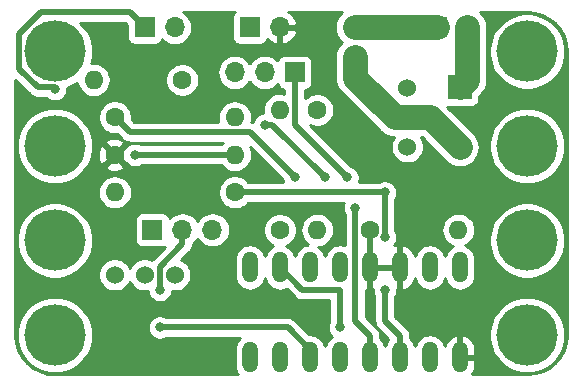
<source format=gtl>
G04 #@! TF.GenerationSoftware,KiCad,Pcbnew,(5.1.4)-1*
G04 #@! TF.CreationDate,2019-11-21T21:09:12-06:00*
G04 #@! TF.ProjectId,ElectromagnetLego,456c6563-7472-46f6-9d61-676e65744c65,rev?*
G04 #@! TF.SameCoordinates,Original*
G04 #@! TF.FileFunction,Copper,L1,Top*
G04 #@! TF.FilePolarity,Positive*
%FSLAX46Y46*%
G04 Gerber Fmt 4.6, Leading zero omitted, Abs format (unit mm)*
G04 Created by KiCad (PCBNEW (5.1.4)-1) date 2019-11-21 21:09:12*
%MOMM*%
%LPD*%
G04 APERTURE LIST*
%ADD10O,1.700000X1.700000*%
%ADD11R,1.700000X1.700000*%
%ADD12O,1.320800X2.641600*%
%ADD13O,1.400000X1.400000*%
%ADD14C,1.400000*%
%ADD15C,1.524000*%
%ADD16O,1.600000X1.600000*%
%ADD17C,1.600000*%
%ADD18C,5.200000*%
%ADD19O,2.000000X2.000000*%
%ADD20R,2.000000X2.000000*%
%ADD21C,0.800000*%
%ADD22C,2.100000*%
%ADD23C,0.500000*%
%ADD24C,0.254000*%
G04 APERTURE END LIST*
D10*
X15240000Y22225000D03*
X17780000Y22225000D03*
D11*
X20320000Y22225000D03*
D12*
X16510000Y5715000D03*
X19050000Y5715000D03*
X21590000Y5715000D03*
X24130000Y5715000D03*
X26670000Y5715000D03*
X29210000Y5715000D03*
X31750000Y5715000D03*
X34290000Y5715000D03*
X26670000Y-1905000D03*
X29210000Y-1905000D03*
X24130000Y-1905000D03*
X21590000Y-1905000D03*
X34290000Y-1905000D03*
X31750000Y-1905000D03*
X19050000Y-1905000D03*
X16510000Y-1905000D03*
D13*
X25400000Y26035000D03*
D14*
X25400000Y23495000D03*
D15*
X10160000Y5080000D03*
X7620000Y5080000D03*
X5080000Y5080000D03*
D16*
X15240000Y18415000D03*
D17*
X5080000Y18415000D03*
D16*
X15240000Y15240000D03*
D17*
X5080000Y15240000D03*
D10*
X13335000Y8890000D03*
X10795000Y8890000D03*
D11*
X8255000Y8890000D03*
D10*
X19050000Y26035000D03*
D11*
X16510000Y26035000D03*
D10*
X34925000Y26035000D03*
D11*
X32385000Y26035000D03*
D10*
X10160000Y26035000D03*
D11*
X7620000Y26035000D03*
D16*
X34170000Y8890000D03*
D17*
X26670000Y8890000D03*
D16*
X3295000Y21590000D03*
D17*
X10795000Y21590000D03*
D18*
X40000000Y0D03*
X40000000Y8000000D03*
X40000000Y24000000D03*
X40000000Y16000000D03*
X0Y0D03*
X0Y8000000D03*
X0Y16000000D03*
X0Y24000000D03*
D16*
X19050000Y19050000D03*
D17*
X19050000Y8890000D03*
D16*
X22225000Y8890000D03*
D17*
X22225000Y19050000D03*
D16*
X5080000Y12065000D03*
D17*
X15240000Y12065000D03*
D15*
X29845000Y20915000D03*
X29845000Y18415000D03*
X29845000Y15915000D03*
D19*
X34290000Y15875000D03*
D20*
X34290000Y20955000D03*
D21*
X27940000Y12065000D03*
X27940000Y3810000D03*
X27940000Y8255000D03*
X24765000Y13335000D03*
X22860000Y13335000D03*
X17780000Y17780000D03*
X25419999Y10775001D03*
X5246Y20800003D03*
X8890000Y3810000D03*
X8890000Y635000D03*
X6770000Y15240000D03*
X24130000Y635000D03*
X20320000Y13335000D03*
D22*
X31750000Y18415000D02*
X34290000Y15875000D01*
X29845000Y18415000D02*
X31750000Y18415000D01*
X28767370Y18415000D02*
X29845000Y18415000D01*
X25400000Y21782370D02*
X28767370Y18415000D01*
X25400000Y23495000D02*
X25400000Y21782370D01*
D23*
X27940000Y12065000D02*
X15240000Y12065000D01*
X29210000Y-1905000D02*
X29210000Y-84200D01*
X29210000Y-84200D02*
X27940000Y1185800D01*
X27940000Y1185800D02*
X27940000Y3810000D01*
X27940000Y8255000D02*
X27940000Y12065000D01*
X26670000Y5715000D02*
X26670000Y8890000D01*
X20320000Y22225000D02*
X20320000Y17780000D01*
X20320000Y17780000D02*
X24765000Y13335000D01*
X31750000Y6135000D02*
X31750000Y5715000D01*
X22860000Y13335000D02*
X18415000Y17780000D01*
X18415000Y17780000D02*
X17780000Y17780000D01*
X25419999Y1165801D02*
X25419999Y10775001D01*
X26670000Y-84200D02*
X25419999Y1165801D01*
X26670000Y-1905000D02*
X26670000Y-84200D01*
D22*
X34925000Y21590000D02*
X34290000Y20955000D01*
X34925000Y26035000D02*
X34925000Y21590000D01*
D23*
X6350000Y27305000D02*
X7620000Y26035000D01*
X5001Y20949999D02*
X-1464001Y20949999D01*
X-1464001Y20949999D02*
X-3050001Y22535999D01*
X-3050001Y22535999D02*
X-3050001Y25464001D01*
X-3050001Y25464001D02*
X-1209002Y27305000D01*
X-1209002Y27305000D02*
X6350000Y27305000D01*
D22*
X32385000Y26035000D02*
X25400000Y26035000D01*
D23*
X10795000Y7687919D02*
X8890000Y5782919D01*
X10795000Y8890000D02*
X10795000Y7687919D01*
X8890000Y5782919D02*
X8890000Y3810000D01*
X21590000Y-1244600D02*
X21590000Y-1905000D01*
X19710400Y635000D02*
X21590000Y-1244600D01*
X8890000Y635000D02*
X19710400Y635000D01*
X6770000Y15240000D02*
X15240000Y15240000D01*
X19050000Y-1905000D02*
X19050000Y-1244600D01*
X20955000Y3810000D02*
X19050000Y5715000D01*
X24130000Y635000D02*
X24130000Y3810000D01*
X24130000Y3810000D02*
X20955000Y3810000D01*
X16490001Y17164999D02*
X20320000Y13335000D01*
X5080000Y18415000D02*
X6330001Y17164999D01*
X6330001Y17164999D02*
X16490001Y17164999D01*
D24*
G36*
X15208815Y27336185D02*
G01*
X15129463Y27239494D01*
X15070498Y27129180D01*
X15034188Y27009482D01*
X15021928Y26885000D01*
X15021928Y25185000D01*
X15034188Y25060518D01*
X15070498Y24940820D01*
X15129463Y24830506D01*
X15208815Y24733815D01*
X15305506Y24654463D01*
X15415820Y24595498D01*
X15535518Y24559188D01*
X15660000Y24546928D01*
X17360000Y24546928D01*
X17484482Y24559188D01*
X17604180Y24595498D01*
X17714494Y24654463D01*
X17811185Y24733815D01*
X17890537Y24830506D01*
X17949502Y24940820D01*
X17973966Y25021466D01*
X18049731Y24937412D01*
X18283080Y24763359D01*
X18545901Y24638175D01*
X18693110Y24593524D01*
X18923000Y24714845D01*
X18923000Y25908000D01*
X19177000Y25908000D01*
X19177000Y24714845D01*
X19406890Y24593524D01*
X19554099Y24638175D01*
X19816920Y24763359D01*
X20050269Y24937412D01*
X20245178Y25153645D01*
X20394157Y25403748D01*
X20491481Y25678109D01*
X20370814Y25908000D01*
X19177000Y25908000D01*
X18923000Y25908000D01*
X18903000Y25908000D01*
X18903000Y26162000D01*
X18923000Y26162000D01*
X18923000Y26182000D01*
X19177000Y26182000D01*
X19177000Y26162000D01*
X20370814Y26162000D01*
X20491481Y26391891D01*
X20394157Y26666252D01*
X20245178Y26916355D01*
X20050269Y27132588D01*
X19816920Y27306641D01*
X19746884Y27340000D01*
X24334068Y27340000D01*
X24202761Y27232239D01*
X23992196Y26975665D01*
X23835732Y26682941D01*
X23739381Y26365318D01*
X23706848Y26035000D01*
X23739381Y25704682D01*
X23835732Y25387059D01*
X23992196Y25094335D01*
X24202761Y24837761D01*
X24291420Y24765000D01*
X24202761Y24692239D01*
X23992196Y24435664D01*
X23835732Y24142940D01*
X23739381Y23825317D01*
X23715000Y23577769D01*
X23715000Y21865129D01*
X23706849Y21782370D01*
X23715000Y21699611D01*
X23715000Y21699600D01*
X23739382Y21452052D01*
X23800517Y21250518D01*
X23835733Y21134429D01*
X23992195Y20841706D01*
X24149998Y20649423D01*
X24150003Y20649418D01*
X24202762Y20585131D01*
X24267049Y20532372D01*
X27517367Y17282054D01*
X27570131Y17217761D01*
X27660838Y17143320D01*
X27826704Y17007196D01*
X27917975Y16958411D01*
X28119429Y16850732D01*
X28437052Y16754381D01*
X28684600Y16730000D01*
X28684610Y16730000D01*
X28707878Y16727708D01*
X28606995Y16576727D01*
X28501686Y16322490D01*
X28448000Y16052592D01*
X28448000Y15777408D01*
X28501686Y15507510D01*
X28606995Y15253273D01*
X28759880Y15024465D01*
X28954465Y14829880D01*
X29183273Y14676995D01*
X29437510Y14571686D01*
X29707408Y14518000D01*
X29982592Y14518000D01*
X30252490Y14571686D01*
X30506727Y14676995D01*
X30735535Y14829880D01*
X30930120Y15024465D01*
X31083005Y15253273D01*
X31188314Y15507510D01*
X31242000Y15777408D01*
X31242000Y16052592D01*
X31188314Y16322490D01*
X31083005Y16576727D01*
X30980591Y16730000D01*
X31052051Y16730000D01*
X33157051Y14624999D01*
X33349334Y14467196D01*
X33642058Y14310733D01*
X33959682Y14214382D01*
X34289999Y14181849D01*
X34620316Y14214382D01*
X34937940Y14310733D01*
X35230664Y14467196D01*
X35487238Y14677762D01*
X35697804Y14934336D01*
X35854267Y15227060D01*
X35950618Y15544684D01*
X35983151Y15875001D01*
X35950618Y16205318D01*
X35916248Y16318620D01*
X36765000Y16318620D01*
X36765000Y15681380D01*
X36889319Y15056385D01*
X37133180Y14467653D01*
X37487211Y13937808D01*
X37937808Y13487211D01*
X38467653Y13133180D01*
X39056385Y12889319D01*
X39681380Y12765000D01*
X40318620Y12765000D01*
X40943615Y12889319D01*
X41532347Y13133180D01*
X42062192Y13487211D01*
X42512789Y13937808D01*
X42866820Y14467653D01*
X43110681Y15056385D01*
X43235000Y15681380D01*
X43235000Y16318620D01*
X43110681Y16943615D01*
X42866820Y17532347D01*
X42512789Y18062192D01*
X42062192Y18512789D01*
X41532347Y18866820D01*
X40943615Y19110681D01*
X40318620Y19235000D01*
X39681380Y19235000D01*
X39056385Y19110681D01*
X38467653Y18866820D01*
X37937808Y18512789D01*
X37487211Y18062192D01*
X37133180Y17532347D01*
X36889319Y16943615D01*
X36765000Y16318620D01*
X35916248Y16318620D01*
X35854267Y16522942D01*
X35697804Y16815666D01*
X35540001Y17007949D01*
X33224578Y19323371D01*
X33290000Y19316928D01*
X33885359Y19316928D01*
X33959683Y19294382D01*
X34290000Y19261849D01*
X34620317Y19294382D01*
X34694641Y19316928D01*
X35290000Y19316928D01*
X35414482Y19329188D01*
X35534180Y19365498D01*
X35644494Y19424463D01*
X35741185Y19503815D01*
X35820537Y19600506D01*
X35879502Y19710820D01*
X35915812Y19830518D01*
X35928072Y19955000D01*
X35928072Y20210123D01*
X36057946Y20339997D01*
X36122239Y20392761D01*
X36332804Y20649335D01*
X36332852Y20649423D01*
X36479516Y20923815D01*
X36489268Y20942059D01*
X36585619Y21259682D01*
X36610000Y21507230D01*
X36610000Y21507241D01*
X36618151Y21590000D01*
X36610000Y21672759D01*
X36610000Y24318620D01*
X36765000Y24318620D01*
X36765000Y23681380D01*
X36889319Y23056385D01*
X37133180Y22467653D01*
X37487211Y21937808D01*
X37937808Y21487211D01*
X38467653Y21133180D01*
X39056385Y20889319D01*
X39681380Y20765000D01*
X40318620Y20765000D01*
X40943615Y20889319D01*
X41532347Y21133180D01*
X42062192Y21487211D01*
X42512789Y21937808D01*
X42866820Y22467653D01*
X43110681Y23056385D01*
X43235000Y23681380D01*
X43235000Y24318620D01*
X43110681Y24943615D01*
X42866820Y25532347D01*
X42512789Y26062192D01*
X42062192Y26512789D01*
X41532347Y26866820D01*
X40943615Y27110681D01*
X40318620Y27235000D01*
X39681380Y27235000D01*
X39056385Y27110681D01*
X38467653Y26866820D01*
X37937808Y26512789D01*
X37487211Y26062192D01*
X37133180Y25532347D01*
X36889319Y24943615D01*
X36765000Y24318620D01*
X36610000Y24318620D01*
X36610000Y26117770D01*
X36585619Y26365318D01*
X36489268Y26682941D01*
X36332804Y26975665D01*
X36122239Y27232239D01*
X35990931Y27340000D01*
X39967722Y27340000D01*
X40648126Y27273286D01*
X41271572Y27085057D01*
X41846579Y26779319D01*
X42351247Y26367721D01*
X42766362Y25865933D01*
X43076105Y25293076D01*
X43268682Y24670961D01*
X43340000Y23992416D01*
X43340001Y32289D01*
X43273286Y-648126D01*
X43085057Y-1271570D01*
X42779323Y-1846573D01*
X42367721Y-2351248D01*
X41865933Y-2766362D01*
X41293077Y-3076104D01*
X40670961Y-3268682D01*
X39992417Y-3340000D01*
X35330361Y-3340000D01*
X35438193Y-3178461D01*
X35535733Y-2942680D01*
X35585400Y-2692400D01*
X35585400Y-2032000D01*
X34417000Y-2032000D01*
X34417000Y-2052000D01*
X34163000Y-2052000D01*
X34163000Y-2032000D01*
X34143000Y-2032000D01*
X34143000Y-1778000D01*
X34163000Y-1778000D01*
X34163000Y-115067D01*
X34417000Y-115067D01*
X34417000Y-1778000D01*
X35585400Y-1778000D01*
X35585400Y-1117600D01*
X35535733Y-867320D01*
X35438193Y-631539D01*
X35296529Y-419317D01*
X35116184Y-238811D01*
X34904089Y-96956D01*
X34668395Y795D01*
X34617105Y8820D01*
X34417000Y-115067D01*
X34163000Y-115067D01*
X33962895Y8820D01*
X33911605Y795D01*
X33675911Y-96956D01*
X33463816Y-238811D01*
X33283471Y-419317D01*
X33141807Y-631539D01*
X33044267Y-867320D01*
X33022506Y-976977D01*
X32952583Y-746474D01*
X32832297Y-521433D01*
X32670418Y-324182D01*
X32473166Y-162303D01*
X32248125Y-42017D01*
X32003942Y32056D01*
X31750000Y57067D01*
X31496057Y32056D01*
X31251874Y-42017D01*
X31026833Y-162303D01*
X30829582Y-324182D01*
X30667703Y-521434D01*
X30547417Y-746475D01*
X30480000Y-968716D01*
X30412583Y-746474D01*
X30292297Y-521433D01*
X30130418Y-324182D01*
X30095000Y-295115D01*
X30095000Y-127665D01*
X30099281Y-84199D01*
X30095000Y-40733D01*
X30095000Y-40723D01*
X30082195Y89290D01*
X30031589Y256113D01*
X29998179Y318620D01*
X36765000Y318620D01*
X36765000Y-318620D01*
X36889319Y-943615D01*
X37133180Y-1532347D01*
X37487211Y-2062192D01*
X37937808Y-2512789D01*
X38467653Y-2866820D01*
X39056385Y-3110681D01*
X39681380Y-3235000D01*
X40318620Y-3235000D01*
X40943615Y-3110681D01*
X41532347Y-2866820D01*
X42062192Y-2512789D01*
X42512789Y-2062192D01*
X42866820Y-1532347D01*
X43110681Y-943615D01*
X43235000Y-318620D01*
X43235000Y318620D01*
X43110681Y943615D01*
X42866820Y1532347D01*
X42512789Y2062192D01*
X42062192Y2512789D01*
X41532347Y2866820D01*
X40943615Y3110681D01*
X40318620Y3235000D01*
X39681380Y3235000D01*
X39056385Y3110681D01*
X38467653Y2866820D01*
X37937808Y2512789D01*
X37487211Y2062192D01*
X37133180Y1532347D01*
X36889319Y943615D01*
X36765000Y318620D01*
X29998179Y318620D01*
X29949411Y409859D01*
X29907021Y461511D01*
X29866532Y510847D01*
X29866530Y510849D01*
X29838817Y544617D01*
X29805049Y572330D01*
X28825000Y1552378D01*
X28825000Y3271546D01*
X28857205Y3319744D01*
X28935226Y3508102D01*
X28975000Y3708061D01*
X28975000Y3858203D01*
X29083000Y3925067D01*
X29083000Y5588000D01*
X26797000Y5588000D01*
X26797000Y3925067D01*
X26905000Y3858203D01*
X26905000Y3708061D01*
X26944774Y3508102D01*
X27022795Y3319744D01*
X27055001Y3271545D01*
X27055000Y1229269D01*
X27050719Y1185800D01*
X27055000Y1142331D01*
X27055000Y1142324D01*
X27067805Y1012311D01*
X27118411Y845488D01*
X27200589Y691742D01*
X27311183Y556983D01*
X27344956Y529266D01*
X28248483Y-374262D01*
X28127703Y-521434D01*
X28007417Y-746475D01*
X27940000Y-968716D01*
X27872583Y-746474D01*
X27752297Y-521433D01*
X27590418Y-324182D01*
X27555000Y-295115D01*
X27555000Y-127665D01*
X27559281Y-84199D01*
X27555000Y-40733D01*
X27555000Y-40723D01*
X27542195Y89290D01*
X27491589Y256113D01*
X27409411Y409859D01*
X27367021Y461511D01*
X27326532Y510847D01*
X27326530Y510849D01*
X27298817Y544617D01*
X27265049Y572330D01*
X26304999Y1532379D01*
X26304999Y3807109D01*
X26342895Y3801180D01*
X26543000Y3925067D01*
X26543000Y5588000D01*
X26523000Y5588000D01*
X26523000Y5842000D01*
X26543000Y5842000D01*
X26543000Y5862000D01*
X26797000Y5862000D01*
X26797000Y5842000D01*
X29083000Y5842000D01*
X29083000Y7504933D01*
X29337000Y7504933D01*
X29337000Y5842000D01*
X29357000Y5842000D01*
X29357000Y5588000D01*
X29337000Y5588000D01*
X29337000Y3925067D01*
X29537105Y3801180D01*
X29588395Y3809205D01*
X29824089Y3906956D01*
X30036184Y4048811D01*
X30216529Y4229317D01*
X30358193Y4441539D01*
X30455733Y4677320D01*
X30477494Y4786977D01*
X30547417Y4556474D01*
X30667704Y4331433D01*
X30829583Y4134182D01*
X31026834Y3972303D01*
X31251875Y3852017D01*
X31496058Y3777944D01*
X31750000Y3752933D01*
X32003943Y3777944D01*
X32248126Y3852017D01*
X32473167Y3972303D01*
X32670418Y4134182D01*
X32832297Y4331433D01*
X32952583Y4556474D01*
X33020000Y4778715D01*
X33087417Y4556474D01*
X33207704Y4331433D01*
X33369583Y4134182D01*
X33566834Y3972303D01*
X33791875Y3852017D01*
X34036058Y3777944D01*
X34290000Y3752933D01*
X34543943Y3777944D01*
X34788126Y3852017D01*
X35013167Y3972303D01*
X35210418Y4134182D01*
X35372297Y4331433D01*
X35492583Y4556474D01*
X35566656Y4800657D01*
X35585400Y4990970D01*
X35585400Y6439030D01*
X35566656Y6629343D01*
X35492583Y6873526D01*
X35372297Y7098567D01*
X35210418Y7295818D01*
X35013166Y7457697D01*
X34788125Y7577983D01*
X34769885Y7583516D01*
X34971101Y7691068D01*
X35189608Y7870392D01*
X35368932Y8088899D01*
X35491720Y8318620D01*
X36765000Y8318620D01*
X36765000Y7681380D01*
X36889319Y7056385D01*
X37133180Y6467653D01*
X37487211Y5937808D01*
X37937808Y5487211D01*
X38467653Y5133180D01*
X39056385Y4889319D01*
X39681380Y4765000D01*
X40318620Y4765000D01*
X40943615Y4889319D01*
X41532347Y5133180D01*
X42062192Y5487211D01*
X42512789Y5937808D01*
X42866820Y6467653D01*
X43110681Y7056385D01*
X43235000Y7681380D01*
X43235000Y8318620D01*
X43110681Y8943615D01*
X42866820Y9532347D01*
X42512789Y10062192D01*
X42062192Y10512789D01*
X41532347Y10866820D01*
X40943615Y11110681D01*
X40318620Y11235000D01*
X39681380Y11235000D01*
X39056385Y11110681D01*
X38467653Y10866820D01*
X37937808Y10512789D01*
X37487211Y10062192D01*
X37133180Y9532347D01*
X36889319Y8943615D01*
X36765000Y8318620D01*
X35491720Y8318620D01*
X35502182Y8338192D01*
X35584236Y8608691D01*
X35611943Y8890000D01*
X35584236Y9171309D01*
X35502182Y9441808D01*
X35368932Y9691101D01*
X35189608Y9909608D01*
X34971101Y10088932D01*
X34721808Y10222182D01*
X34451309Y10304236D01*
X34240492Y10325000D01*
X34099508Y10325000D01*
X33888691Y10304236D01*
X33618192Y10222182D01*
X33368899Y10088932D01*
X33150392Y9909608D01*
X32971068Y9691101D01*
X32837818Y9441808D01*
X32755764Y9171309D01*
X32728057Y8890000D01*
X32755764Y8608691D01*
X32837818Y8338192D01*
X32971068Y8088899D01*
X33150392Y7870392D01*
X33368899Y7691068D01*
X33618192Y7557818D01*
X33704925Y7531508D01*
X33566833Y7457697D01*
X33369582Y7295818D01*
X33207703Y7098566D01*
X33087417Y6873525D01*
X33020000Y6651284D01*
X32952583Y6873526D01*
X32832297Y7098567D01*
X32670418Y7295818D01*
X32473166Y7457697D01*
X32248125Y7577983D01*
X32003942Y7652056D01*
X31750000Y7677067D01*
X31496057Y7652056D01*
X31251874Y7577983D01*
X31026833Y7457697D01*
X30829582Y7295818D01*
X30667703Y7098566D01*
X30547417Y6873525D01*
X30477494Y6643023D01*
X30455733Y6752680D01*
X30358193Y6988461D01*
X30216529Y7200683D01*
X30036184Y7381189D01*
X29824089Y7523044D01*
X29588395Y7620795D01*
X29537105Y7628820D01*
X29337000Y7504933D01*
X29083000Y7504933D01*
X28882895Y7628820D01*
X28831605Y7620795D01*
X28725501Y7576790D01*
X28743937Y7595226D01*
X28857205Y7764744D01*
X28935226Y7953102D01*
X28975000Y8153061D01*
X28975000Y8356939D01*
X28935226Y8556898D01*
X28857205Y8745256D01*
X28825000Y8793454D01*
X28825000Y11526546D01*
X28857205Y11574744D01*
X28935226Y11763102D01*
X28975000Y11963061D01*
X28975000Y12166939D01*
X28935226Y12366898D01*
X28857205Y12555256D01*
X28743937Y12724774D01*
X28599774Y12868937D01*
X28430256Y12982205D01*
X28241898Y13060226D01*
X28041939Y13100000D01*
X27838061Y13100000D01*
X27638102Y13060226D01*
X27449744Y12982205D01*
X27401546Y12950000D01*
X25725804Y12950000D01*
X25760226Y13033102D01*
X25800000Y13233061D01*
X25800000Y13436939D01*
X25760226Y13636898D01*
X25682205Y13825256D01*
X25568937Y13994774D01*
X25424774Y14138937D01*
X25255256Y14252205D01*
X25066898Y14330226D01*
X25010044Y14341535D01*
X21593047Y17758532D01*
X21806426Y17670147D01*
X22083665Y17615000D01*
X22366335Y17615000D01*
X22643574Y17670147D01*
X22904727Y17778320D01*
X23139759Y17935363D01*
X23339637Y18135241D01*
X23496680Y18370273D01*
X23604853Y18631426D01*
X23660000Y18908665D01*
X23660000Y19191335D01*
X23604853Y19468574D01*
X23496680Y19729727D01*
X23339637Y19964759D01*
X23139759Y20164637D01*
X22904727Y20321680D01*
X22643574Y20429853D01*
X22366335Y20485000D01*
X22083665Y20485000D01*
X21806426Y20429853D01*
X21545273Y20321680D01*
X21310241Y20164637D01*
X21205000Y20059396D01*
X21205000Y20740375D01*
X21294482Y20749188D01*
X21414180Y20785498D01*
X21524494Y20844463D01*
X21621185Y20923815D01*
X21700537Y21020506D01*
X21759502Y21130820D01*
X21795812Y21250518D01*
X21808072Y21375000D01*
X21808072Y23075000D01*
X21795812Y23199482D01*
X21759502Y23319180D01*
X21700537Y23429494D01*
X21621185Y23526185D01*
X21524494Y23605537D01*
X21414180Y23664502D01*
X21294482Y23700812D01*
X21170000Y23713072D01*
X19470000Y23713072D01*
X19345518Y23700812D01*
X19225820Y23664502D01*
X19115506Y23605537D01*
X19018815Y23526185D01*
X18939463Y23429494D01*
X18880498Y23319180D01*
X18859607Y23250313D01*
X18835134Y23280134D01*
X18609014Y23465706D01*
X18351034Y23603599D01*
X18071111Y23688513D01*
X17852950Y23710000D01*
X17707050Y23710000D01*
X17488889Y23688513D01*
X17208966Y23603599D01*
X16950986Y23465706D01*
X16724866Y23280134D01*
X16539294Y23054014D01*
X16510000Y22999209D01*
X16480706Y23054014D01*
X16295134Y23280134D01*
X16069014Y23465706D01*
X15811034Y23603599D01*
X15531111Y23688513D01*
X15312950Y23710000D01*
X15167050Y23710000D01*
X14948889Y23688513D01*
X14668966Y23603599D01*
X14410986Y23465706D01*
X14184866Y23280134D01*
X13999294Y23054014D01*
X13861401Y22796034D01*
X13776487Y22516111D01*
X13747815Y22225000D01*
X13776487Y21933889D01*
X13861401Y21653966D01*
X13999294Y21395986D01*
X14184866Y21169866D01*
X14410986Y20984294D01*
X14668966Y20846401D01*
X14948889Y20761487D01*
X15167050Y20740000D01*
X15312950Y20740000D01*
X15531111Y20761487D01*
X15811034Y20846401D01*
X16069014Y20984294D01*
X16295134Y21169866D01*
X16480706Y21395986D01*
X16510000Y21450791D01*
X16539294Y21395986D01*
X16724866Y21169866D01*
X16950986Y20984294D01*
X17208966Y20846401D01*
X17488889Y20761487D01*
X17707050Y20740000D01*
X17852950Y20740000D01*
X18071111Y20761487D01*
X18351034Y20846401D01*
X18609014Y20984294D01*
X18835134Y21169866D01*
X18859607Y21199687D01*
X18880498Y21130820D01*
X18939463Y21020506D01*
X19018815Y20923815D01*
X19115506Y20844463D01*
X19225820Y20785498D01*
X19345518Y20749188D01*
X19435000Y20740375D01*
X19435000Y20432782D01*
X19331309Y20464236D01*
X19120492Y20485000D01*
X18979508Y20485000D01*
X18768691Y20464236D01*
X18498192Y20382182D01*
X18248899Y20248932D01*
X18030392Y20069608D01*
X17851068Y19851101D01*
X17717818Y19601808D01*
X17635764Y19331309D01*
X17608057Y19050000D01*
X17632103Y18805859D01*
X17478102Y18775226D01*
X17289744Y18697205D01*
X17120226Y18583937D01*
X16976063Y18439774D01*
X16862795Y18270256D01*
X16784774Y18081898D01*
X16769486Y18005040D01*
X16663491Y18037194D01*
X16626082Y18040878D01*
X16654236Y18133691D01*
X16681943Y18415000D01*
X16654236Y18696309D01*
X16572182Y18966808D01*
X16438932Y19216101D01*
X16259608Y19434608D01*
X16041101Y19613932D01*
X15791808Y19747182D01*
X15521309Y19829236D01*
X15310492Y19850000D01*
X15169508Y19850000D01*
X14958691Y19829236D01*
X14688192Y19747182D01*
X14438899Y19613932D01*
X14220392Y19434608D01*
X14041068Y19216101D01*
X13907818Y18966808D01*
X13825764Y18696309D01*
X13798057Y18415000D01*
X13825764Y18133691D01*
X13851151Y18049999D01*
X6696580Y18049999D01*
X6508017Y18238561D01*
X6515000Y18273665D01*
X6515000Y18556335D01*
X6459853Y18833574D01*
X6351680Y19094727D01*
X6194637Y19329759D01*
X5994759Y19529637D01*
X5759727Y19686680D01*
X5498574Y19794853D01*
X5221335Y19850000D01*
X4938665Y19850000D01*
X4661426Y19794853D01*
X4400273Y19686680D01*
X4165241Y19529637D01*
X3965363Y19329759D01*
X3808320Y19094727D01*
X3700147Y18833574D01*
X3645000Y18556335D01*
X3645000Y18273665D01*
X3700147Y17996426D01*
X3808320Y17735273D01*
X3965363Y17500241D01*
X4165241Y17300363D01*
X4400273Y17143320D01*
X4661426Y17035147D01*
X4938665Y16980000D01*
X5221335Y16980000D01*
X5256439Y16986983D01*
X5673471Y16569950D01*
X5701184Y16536182D01*
X5708592Y16530103D01*
X5566004Y16597571D01*
X5291816Y16666300D01*
X5009488Y16680217D01*
X4729870Y16638787D01*
X4463708Y16543603D01*
X4338486Y16476671D01*
X4266903Y16232702D01*
X5080000Y15419605D01*
X5893097Y16232702D01*
X5836606Y16425233D01*
X5989688Y16343410D01*
X6156511Y16292804D01*
X6286524Y16279999D01*
X6286534Y16279999D01*
X6330000Y16275718D01*
X6373466Y16279999D01*
X14245239Y16279999D01*
X14220392Y16259608D01*
X14109922Y16125000D01*
X7308454Y16125000D01*
X7260256Y16157205D01*
X7071898Y16235226D01*
X6871939Y16275000D01*
X6668061Y16275000D01*
X6468102Y16235226D01*
X6279744Y16157205D01*
X6110226Y16043937D01*
X6108796Y16042507D01*
X6072702Y16053097D01*
X5259605Y15240000D01*
X6072702Y14426903D01*
X6108796Y14437493D01*
X6110226Y14436063D01*
X6279744Y14322795D01*
X6468102Y14244774D01*
X6668061Y14205000D01*
X6871939Y14205000D01*
X7071898Y14244774D01*
X7260256Y14322795D01*
X7308454Y14355000D01*
X14109922Y14355000D01*
X14220392Y14220392D01*
X14438899Y14041068D01*
X14688192Y13907818D01*
X14958691Y13825764D01*
X15169508Y13805000D01*
X15310492Y13805000D01*
X15521309Y13825764D01*
X15791808Y13907818D01*
X16041101Y14041068D01*
X16259608Y14220392D01*
X16438932Y14438899D01*
X16572182Y14688192D01*
X16654236Y14958691D01*
X16681943Y15240000D01*
X16654236Y15521309D01*
X16572182Y15791808D01*
X16526903Y15876519D01*
X19313465Y13089956D01*
X19324774Y13033102D01*
X19359196Y12950000D01*
X16374521Y12950000D01*
X16354637Y12979759D01*
X16154759Y13179637D01*
X15919727Y13336680D01*
X15658574Y13444853D01*
X15381335Y13500000D01*
X15098665Y13500000D01*
X14821426Y13444853D01*
X14560273Y13336680D01*
X14325241Y13179637D01*
X14125363Y12979759D01*
X13968320Y12744727D01*
X13860147Y12483574D01*
X13805000Y12206335D01*
X13805000Y11923665D01*
X13860147Y11646426D01*
X13968320Y11385273D01*
X14125363Y11150241D01*
X14325241Y10950363D01*
X14560273Y10793320D01*
X14821426Y10685147D01*
X15098665Y10630000D01*
X15381335Y10630000D01*
X15658574Y10685147D01*
X15919727Y10793320D01*
X16154759Y10950363D01*
X16354637Y11150241D01*
X16374521Y11180000D01*
X24467479Y11180000D01*
X24424773Y11076899D01*
X24384999Y10876940D01*
X24384999Y10673062D01*
X24424773Y10473103D01*
X24502794Y10284745D01*
X24535000Y10236545D01*
X24535000Y7606233D01*
X24383942Y7652056D01*
X24130000Y7677067D01*
X23876057Y7652056D01*
X23631874Y7577983D01*
X23406833Y7457697D01*
X23209582Y7295818D01*
X23047703Y7098566D01*
X22927417Y6873525D01*
X22860000Y6651284D01*
X22792583Y6873526D01*
X22672297Y7098567D01*
X22510418Y7295818D01*
X22314206Y7456843D01*
X22506309Y7475764D01*
X22776808Y7557818D01*
X23026101Y7691068D01*
X23244608Y7870392D01*
X23423932Y8088899D01*
X23557182Y8338192D01*
X23639236Y8608691D01*
X23666943Y8890000D01*
X23639236Y9171309D01*
X23557182Y9441808D01*
X23423932Y9691101D01*
X23244608Y9909608D01*
X23026101Y10088932D01*
X22776808Y10222182D01*
X22506309Y10304236D01*
X22295492Y10325000D01*
X22154508Y10325000D01*
X21943691Y10304236D01*
X21673192Y10222182D01*
X21423899Y10088932D01*
X21205392Y9909608D01*
X21026068Y9691101D01*
X20892818Y9441808D01*
X20810764Y9171309D01*
X20783057Y8890000D01*
X20810764Y8608691D01*
X20892818Y8338192D01*
X21026068Y8088899D01*
X21205392Y7870392D01*
X21423899Y7691068D01*
X21471862Y7665431D01*
X21336057Y7652056D01*
X21091874Y7577983D01*
X20866833Y7457697D01*
X20669582Y7295818D01*
X20507703Y7098566D01*
X20387417Y6873525D01*
X20320000Y6651284D01*
X20252583Y6873526D01*
X20132297Y7098567D01*
X19970418Y7295818D01*
X19773166Y7457697D01*
X19584896Y7558329D01*
X19729727Y7618320D01*
X19964759Y7775363D01*
X20164637Y7975241D01*
X20321680Y8210273D01*
X20429853Y8471426D01*
X20485000Y8748665D01*
X20485000Y9031335D01*
X20429853Y9308574D01*
X20321680Y9569727D01*
X20164637Y9804759D01*
X19964759Y10004637D01*
X19729727Y10161680D01*
X19468574Y10269853D01*
X19191335Y10325000D01*
X18908665Y10325000D01*
X18631426Y10269853D01*
X18370273Y10161680D01*
X18135241Y10004637D01*
X17935363Y9804759D01*
X17778320Y9569727D01*
X17670147Y9308574D01*
X17615000Y9031335D01*
X17615000Y8748665D01*
X17670147Y8471426D01*
X17778320Y8210273D01*
X17935363Y7975241D01*
X18135241Y7775363D01*
X18370273Y7618320D01*
X18515104Y7558329D01*
X18326833Y7457697D01*
X18129582Y7295818D01*
X17967703Y7098566D01*
X17847417Y6873525D01*
X17780000Y6651284D01*
X17712583Y6873526D01*
X17592297Y7098567D01*
X17430418Y7295818D01*
X17233166Y7457697D01*
X17008125Y7577983D01*
X16763942Y7652056D01*
X16510000Y7677067D01*
X16256057Y7652056D01*
X16011874Y7577983D01*
X15786833Y7457697D01*
X15589582Y7295818D01*
X15427703Y7098566D01*
X15307417Y6873525D01*
X15233344Y6629342D01*
X15214600Y6439029D01*
X15214600Y4990970D01*
X15233344Y4800657D01*
X15307417Y4556474D01*
X15427704Y4331433D01*
X15589583Y4134182D01*
X15786834Y3972303D01*
X16011875Y3852017D01*
X16256058Y3777944D01*
X16510000Y3752933D01*
X16763943Y3777944D01*
X17008126Y3852017D01*
X17233167Y3972303D01*
X17430418Y4134182D01*
X17592297Y4331433D01*
X17712583Y4556474D01*
X17780000Y4778715D01*
X17847417Y4556474D01*
X17967704Y4331433D01*
X18129583Y4134182D01*
X18326834Y3972303D01*
X18551875Y3852017D01*
X18796058Y3777944D01*
X19050000Y3752933D01*
X19303943Y3777944D01*
X19548126Y3852017D01*
X19621947Y3891475D01*
X20298470Y3214951D01*
X20326183Y3181183D01*
X20359951Y3153470D01*
X20359953Y3153468D01*
X20412089Y3110681D01*
X20460941Y3070589D01*
X20614687Y2988411D01*
X20781510Y2937805D01*
X20911523Y2925000D01*
X20911531Y2925000D01*
X20955000Y2920719D01*
X20998469Y2925000D01*
X23245001Y2925000D01*
X23245000Y1173455D01*
X23212795Y1125256D01*
X23134774Y936898D01*
X23095000Y736939D01*
X23095000Y533061D01*
X23134774Y333102D01*
X23212795Y144744D01*
X23326063Y-24774D01*
X23443821Y-142532D01*
X23406833Y-162303D01*
X23209582Y-324182D01*
X23047703Y-521434D01*
X22927417Y-746475D01*
X22860000Y-968716D01*
X22792583Y-746474D01*
X22672297Y-521433D01*
X22510418Y-324182D01*
X22313166Y-162303D01*
X22088125Y-42017D01*
X21843942Y32056D01*
X21590000Y57067D01*
X21544403Y52576D01*
X20366934Y1230044D01*
X20339217Y1263817D01*
X20204459Y1374411D01*
X20050713Y1456589D01*
X19883890Y1507195D01*
X19753877Y1520000D01*
X19753869Y1520000D01*
X19710400Y1524281D01*
X19666931Y1520000D01*
X9428454Y1520000D01*
X9380256Y1552205D01*
X9191898Y1630226D01*
X8991939Y1670000D01*
X8788061Y1670000D01*
X8588102Y1630226D01*
X8399744Y1552205D01*
X8230226Y1438937D01*
X8086063Y1294774D01*
X7972795Y1125256D01*
X7894774Y936898D01*
X7855000Y736939D01*
X7855000Y533061D01*
X7894774Y333102D01*
X7972795Y144744D01*
X8086063Y-24774D01*
X8230226Y-168937D01*
X8399744Y-282205D01*
X8588102Y-360226D01*
X8788061Y-400000D01*
X8991939Y-400000D01*
X9191898Y-360226D01*
X9380256Y-282205D01*
X9428454Y-250000D01*
X15679973Y-250000D01*
X15589582Y-324182D01*
X15427703Y-521434D01*
X15307417Y-746475D01*
X15233344Y-990658D01*
X15214600Y-1180971D01*
X15214600Y-2629030D01*
X15233344Y-2819343D01*
X15307417Y-3063526D01*
X15427704Y-3288567D01*
X15469914Y-3340000D01*
X32279Y-3340000D01*
X-648126Y-3273286D01*
X-1271570Y-3085057D01*
X-1846573Y-2779323D01*
X-2351248Y-2367721D01*
X-2766362Y-1865933D01*
X-3076104Y-1293077D01*
X-3268682Y-670961D01*
X-3340000Y7583D01*
X-3340000Y318620D01*
X-3235000Y318620D01*
X-3235000Y-318620D01*
X-3110681Y-943615D01*
X-2866820Y-1532347D01*
X-2512789Y-2062192D01*
X-2062192Y-2512789D01*
X-1532347Y-2866820D01*
X-943615Y-3110681D01*
X-318620Y-3235000D01*
X318620Y-3235000D01*
X943615Y-3110681D01*
X1532347Y-2866820D01*
X2062192Y-2512789D01*
X2512789Y-2062192D01*
X2866820Y-1532347D01*
X3110681Y-943615D01*
X3235000Y-318620D01*
X3235000Y318620D01*
X3110681Y943615D01*
X2866820Y1532347D01*
X2512789Y2062192D01*
X2062192Y2512789D01*
X1532347Y2866820D01*
X943615Y3110681D01*
X318620Y3235000D01*
X-318620Y3235000D01*
X-943615Y3110681D01*
X-1532347Y2866820D01*
X-2062192Y2512789D01*
X-2512789Y2062192D01*
X-2866820Y1532347D01*
X-3110681Y943615D01*
X-3235000Y318620D01*
X-3340000Y318620D01*
X-3340000Y8318620D01*
X-3235000Y8318620D01*
X-3235000Y7681380D01*
X-3110681Y7056385D01*
X-2866820Y6467653D01*
X-2512789Y5937808D01*
X-2062192Y5487211D01*
X-1532347Y5133180D01*
X-943615Y4889319D01*
X-318620Y4765000D01*
X318620Y4765000D01*
X943615Y4889319D01*
X1532347Y5133180D01*
X1658678Y5217592D01*
X3683000Y5217592D01*
X3683000Y4942408D01*
X3736686Y4672510D01*
X3841995Y4418273D01*
X3994880Y4189465D01*
X4189465Y3994880D01*
X4418273Y3841995D01*
X4672510Y3736686D01*
X4942408Y3683000D01*
X5217592Y3683000D01*
X5487490Y3736686D01*
X5741727Y3841995D01*
X5970535Y3994880D01*
X6165120Y4189465D01*
X6318005Y4418273D01*
X6350000Y4495515D01*
X6381995Y4418273D01*
X6534880Y4189465D01*
X6729465Y3994880D01*
X6958273Y3841995D01*
X7212510Y3736686D01*
X7482408Y3683000D01*
X7757592Y3683000D01*
X7856088Y3702592D01*
X7894774Y3508102D01*
X7972795Y3319744D01*
X8086063Y3150226D01*
X8230226Y3006063D01*
X8399744Y2892795D01*
X8588102Y2814774D01*
X8788061Y2775000D01*
X8991939Y2775000D01*
X9191898Y2814774D01*
X9380256Y2892795D01*
X9549774Y3006063D01*
X9693937Y3150226D01*
X9807205Y3319744D01*
X9885226Y3508102D01*
X9923912Y3702592D01*
X10022408Y3683000D01*
X10297592Y3683000D01*
X10567490Y3736686D01*
X10821727Y3841995D01*
X11050535Y3994880D01*
X11245120Y4189465D01*
X11398005Y4418273D01*
X11503314Y4672510D01*
X11557000Y4942408D01*
X11557000Y5217592D01*
X11503314Y5487490D01*
X11398005Y5741727D01*
X11245120Y5970535D01*
X11050535Y6165120D01*
X10821727Y6318005D01*
X10719153Y6360493D01*
X11390049Y7031389D01*
X11423817Y7059102D01*
X11456206Y7098567D01*
X11534411Y7193860D01*
X11616588Y7347605D01*
X11616589Y7347606D01*
X11667195Y7514429D01*
X11680000Y7644442D01*
X11680000Y7644450D01*
X11684281Y7687919D01*
X11683294Y7697944D01*
X11850134Y7834866D01*
X12035706Y8060986D01*
X12065000Y8115791D01*
X12094294Y8060986D01*
X12279866Y7834866D01*
X12505986Y7649294D01*
X12763966Y7511401D01*
X13043889Y7426487D01*
X13262050Y7405000D01*
X13407950Y7405000D01*
X13626111Y7426487D01*
X13906034Y7511401D01*
X14164014Y7649294D01*
X14390134Y7834866D01*
X14575706Y8060986D01*
X14713599Y8318966D01*
X14798513Y8598889D01*
X14827185Y8890000D01*
X14798513Y9181111D01*
X14713599Y9461034D01*
X14575706Y9719014D01*
X14390134Y9945134D01*
X14164014Y10130706D01*
X13906034Y10268599D01*
X13626111Y10353513D01*
X13407950Y10375000D01*
X13262050Y10375000D01*
X13043889Y10353513D01*
X12763966Y10268599D01*
X12505986Y10130706D01*
X12279866Y9945134D01*
X12094294Y9719014D01*
X12065000Y9664209D01*
X12035706Y9719014D01*
X11850134Y9945134D01*
X11624014Y10130706D01*
X11366034Y10268599D01*
X11086111Y10353513D01*
X10867950Y10375000D01*
X10722050Y10375000D01*
X10503889Y10353513D01*
X10223966Y10268599D01*
X9965986Y10130706D01*
X9739866Y9945134D01*
X9715393Y9915313D01*
X9694502Y9984180D01*
X9635537Y10094494D01*
X9556185Y10191185D01*
X9459494Y10270537D01*
X9349180Y10329502D01*
X9229482Y10365812D01*
X9105000Y10378072D01*
X7405000Y10378072D01*
X7280518Y10365812D01*
X7160820Y10329502D01*
X7050506Y10270537D01*
X6953815Y10191185D01*
X6874463Y10094494D01*
X6815498Y9984180D01*
X6779188Y9864482D01*
X6766928Y9740000D01*
X6766928Y8040000D01*
X6779188Y7915518D01*
X6815498Y7795820D01*
X6874463Y7685506D01*
X6953815Y7588815D01*
X7050506Y7509463D01*
X7160820Y7450498D01*
X7280518Y7414188D01*
X7405000Y7401928D01*
X9105000Y7401928D01*
X9229482Y7414188D01*
X9287199Y7431696D01*
X8294956Y6439453D01*
X8261183Y6411736D01*
X8208987Y6348135D01*
X8027490Y6423314D01*
X7757592Y6477000D01*
X7482408Y6477000D01*
X7212510Y6423314D01*
X6958273Y6318005D01*
X6729465Y6165120D01*
X6534880Y5970535D01*
X6381995Y5741727D01*
X6350000Y5664485D01*
X6318005Y5741727D01*
X6165120Y5970535D01*
X5970535Y6165120D01*
X5741727Y6318005D01*
X5487490Y6423314D01*
X5217592Y6477000D01*
X4942408Y6477000D01*
X4672510Y6423314D01*
X4418273Y6318005D01*
X4189465Y6165120D01*
X3994880Y5970535D01*
X3841995Y5741727D01*
X3736686Y5487490D01*
X3683000Y5217592D01*
X1658678Y5217592D01*
X2062192Y5487211D01*
X2512789Y5937808D01*
X2866820Y6467653D01*
X3110681Y7056385D01*
X3235000Y7681380D01*
X3235000Y8318620D01*
X3110681Y8943615D01*
X2866820Y9532347D01*
X2512789Y10062192D01*
X2062192Y10512789D01*
X1532347Y10866820D01*
X943615Y11110681D01*
X318620Y11235000D01*
X-318620Y11235000D01*
X-943615Y11110681D01*
X-1532347Y10866820D01*
X-2062192Y10512789D01*
X-2512789Y10062192D01*
X-2866820Y9532347D01*
X-3110681Y8943615D01*
X-3235000Y8318620D01*
X-3340000Y8318620D01*
X-3340000Y12065000D01*
X3638057Y12065000D01*
X3665764Y11783691D01*
X3747818Y11513192D01*
X3881068Y11263899D01*
X4060392Y11045392D01*
X4278899Y10866068D01*
X4528192Y10732818D01*
X4798691Y10650764D01*
X5009508Y10630000D01*
X5150492Y10630000D01*
X5361309Y10650764D01*
X5631808Y10732818D01*
X5881101Y10866068D01*
X6099608Y11045392D01*
X6278932Y11263899D01*
X6412182Y11513192D01*
X6494236Y11783691D01*
X6521943Y12065000D01*
X6494236Y12346309D01*
X6412182Y12616808D01*
X6278932Y12866101D01*
X6099608Y13084608D01*
X5881101Y13263932D01*
X5631808Y13397182D01*
X5361309Y13479236D01*
X5150492Y13500000D01*
X5009508Y13500000D01*
X4798691Y13479236D01*
X4528192Y13397182D01*
X4278899Y13263932D01*
X4060392Y13084608D01*
X3881068Y12866101D01*
X3747818Y12616808D01*
X3665764Y12346309D01*
X3638057Y12065000D01*
X-3340000Y12065000D01*
X-3340000Y16318620D01*
X-3235000Y16318620D01*
X-3235000Y15681380D01*
X-3110681Y15056385D01*
X-2866820Y14467653D01*
X-2512789Y13937808D01*
X-2062192Y13487211D01*
X-1532347Y13133180D01*
X-943615Y12889319D01*
X-318620Y12765000D01*
X318620Y12765000D01*
X943615Y12889319D01*
X1532347Y13133180D01*
X2062192Y13487211D01*
X2512789Y13937808D01*
X2719583Y14247298D01*
X4266903Y14247298D01*
X4338486Y14003329D01*
X4593996Y13882429D01*
X4868184Y13813700D01*
X5150512Y13799783D01*
X5430130Y13841213D01*
X5696292Y13936397D01*
X5821514Y14003329D01*
X5893097Y14247298D01*
X5080000Y15060395D01*
X4266903Y14247298D01*
X2719583Y14247298D01*
X2866820Y14467653D01*
X3110681Y15056385D01*
X3133178Y15169488D01*
X3639783Y15169488D01*
X3681213Y14889870D01*
X3776397Y14623708D01*
X3843329Y14498486D01*
X4087298Y14426903D01*
X4900395Y15240000D01*
X4087298Y16053097D01*
X3843329Y15981514D01*
X3722429Y15726004D01*
X3653700Y15451816D01*
X3639783Y15169488D01*
X3133178Y15169488D01*
X3235000Y15681380D01*
X3235000Y16318620D01*
X3110681Y16943615D01*
X2866820Y17532347D01*
X2512789Y18062192D01*
X2062192Y18512789D01*
X1532347Y18866820D01*
X943615Y19110681D01*
X318620Y19235000D01*
X-318620Y19235000D01*
X-943615Y19110681D01*
X-1532347Y18866820D01*
X-2062192Y18512789D01*
X-2512789Y18062192D01*
X-2866820Y17532347D01*
X-3110681Y16943615D01*
X-3235000Y16318620D01*
X-3340000Y16318620D01*
X-3340000Y21574420D01*
X-2120531Y20354950D01*
X-2092818Y20321182D01*
X-2059050Y20293469D01*
X-2059048Y20293467D01*
X-2004782Y20248932D01*
X-1958060Y20210588D01*
X-1804314Y20128410D01*
X-1637491Y20077804D01*
X-1507478Y20064999D01*
X-1507470Y20064999D01*
X-1464001Y20060718D01*
X-1420532Y20064999D01*
X-723461Y20064999D01*
X-654528Y19996066D01*
X-485010Y19882798D01*
X-296652Y19804777D01*
X-96693Y19765003D01*
X107185Y19765003D01*
X307144Y19804777D01*
X495502Y19882798D01*
X665020Y19996066D01*
X809183Y20140229D01*
X922451Y20309747D01*
X1000472Y20498105D01*
X1040246Y20698064D01*
X1040246Y20901942D01*
X1035210Y20927259D01*
X1532347Y21133180D01*
X1875469Y21362447D01*
X1880764Y21308691D01*
X1962818Y21038192D01*
X2096068Y20788899D01*
X2275392Y20570392D01*
X2493899Y20391068D01*
X2743192Y20257818D01*
X3013691Y20175764D01*
X3224508Y20155000D01*
X3365492Y20155000D01*
X3576309Y20175764D01*
X3846808Y20257818D01*
X4096101Y20391068D01*
X4314608Y20570392D01*
X4493932Y20788899D01*
X4627182Y21038192D01*
X4709236Y21308691D01*
X4736943Y21590000D01*
X4723023Y21731335D01*
X9360000Y21731335D01*
X9360000Y21448665D01*
X9415147Y21171426D01*
X9523320Y20910273D01*
X9680363Y20675241D01*
X9880241Y20475363D01*
X10115273Y20318320D01*
X10376426Y20210147D01*
X10653665Y20155000D01*
X10936335Y20155000D01*
X11213574Y20210147D01*
X11474727Y20318320D01*
X11709759Y20475363D01*
X11909637Y20675241D01*
X12066680Y20910273D01*
X12174853Y21171426D01*
X12230000Y21448665D01*
X12230000Y21731335D01*
X12174853Y22008574D01*
X12066680Y22269727D01*
X11909637Y22504759D01*
X11709759Y22704637D01*
X11474727Y22861680D01*
X11213574Y22969853D01*
X10936335Y23025000D01*
X10653665Y23025000D01*
X10376426Y22969853D01*
X10115273Y22861680D01*
X9880241Y22704637D01*
X9680363Y22504759D01*
X9523320Y22269727D01*
X9415147Y22008574D01*
X9360000Y21731335D01*
X4723023Y21731335D01*
X4709236Y21871309D01*
X4627182Y22141808D01*
X4493932Y22391101D01*
X4314608Y22609608D01*
X4096101Y22788932D01*
X3846808Y22922182D01*
X3576309Y23004236D01*
X3365492Y23025000D01*
X3224508Y23025000D01*
X3092287Y23011977D01*
X3110681Y23056385D01*
X3235000Y23681380D01*
X3235000Y24318620D01*
X3110681Y24943615D01*
X2866820Y25532347D01*
X2512789Y26062192D01*
X2154981Y26420000D01*
X5983422Y26420000D01*
X6131928Y26271494D01*
X6131928Y25185000D01*
X6144188Y25060518D01*
X6180498Y24940820D01*
X6239463Y24830506D01*
X6318815Y24733815D01*
X6415506Y24654463D01*
X6525820Y24595498D01*
X6645518Y24559188D01*
X6770000Y24546928D01*
X8470000Y24546928D01*
X8594482Y24559188D01*
X8714180Y24595498D01*
X8824494Y24654463D01*
X8921185Y24733815D01*
X9000537Y24830506D01*
X9059502Y24940820D01*
X9080393Y25009687D01*
X9104866Y24979866D01*
X9330986Y24794294D01*
X9588966Y24656401D01*
X9868889Y24571487D01*
X10087050Y24550000D01*
X10232950Y24550000D01*
X10451111Y24571487D01*
X10731034Y24656401D01*
X10989014Y24794294D01*
X11215134Y24979866D01*
X11400706Y25205986D01*
X11538599Y25463966D01*
X11623513Y25743889D01*
X11652185Y26035000D01*
X11623513Y26326111D01*
X11538599Y26606034D01*
X11400706Y26864014D01*
X11215134Y27090134D01*
X10989014Y27275706D01*
X10868728Y27340000D01*
X15213464Y27340000D01*
X15208815Y27336185D01*
X15208815Y27336185D01*
G37*
X15208815Y27336185D02*
X15129463Y27239494D01*
X15070498Y27129180D01*
X15034188Y27009482D01*
X15021928Y26885000D01*
X15021928Y25185000D01*
X15034188Y25060518D01*
X15070498Y24940820D01*
X15129463Y24830506D01*
X15208815Y24733815D01*
X15305506Y24654463D01*
X15415820Y24595498D01*
X15535518Y24559188D01*
X15660000Y24546928D01*
X17360000Y24546928D01*
X17484482Y24559188D01*
X17604180Y24595498D01*
X17714494Y24654463D01*
X17811185Y24733815D01*
X17890537Y24830506D01*
X17949502Y24940820D01*
X17973966Y25021466D01*
X18049731Y24937412D01*
X18283080Y24763359D01*
X18545901Y24638175D01*
X18693110Y24593524D01*
X18923000Y24714845D01*
X18923000Y25908000D01*
X19177000Y25908000D01*
X19177000Y24714845D01*
X19406890Y24593524D01*
X19554099Y24638175D01*
X19816920Y24763359D01*
X20050269Y24937412D01*
X20245178Y25153645D01*
X20394157Y25403748D01*
X20491481Y25678109D01*
X20370814Y25908000D01*
X19177000Y25908000D01*
X18923000Y25908000D01*
X18903000Y25908000D01*
X18903000Y26162000D01*
X18923000Y26162000D01*
X18923000Y26182000D01*
X19177000Y26182000D01*
X19177000Y26162000D01*
X20370814Y26162000D01*
X20491481Y26391891D01*
X20394157Y26666252D01*
X20245178Y26916355D01*
X20050269Y27132588D01*
X19816920Y27306641D01*
X19746884Y27340000D01*
X24334068Y27340000D01*
X24202761Y27232239D01*
X23992196Y26975665D01*
X23835732Y26682941D01*
X23739381Y26365318D01*
X23706848Y26035000D01*
X23739381Y25704682D01*
X23835732Y25387059D01*
X23992196Y25094335D01*
X24202761Y24837761D01*
X24291420Y24765000D01*
X24202761Y24692239D01*
X23992196Y24435664D01*
X23835732Y24142940D01*
X23739381Y23825317D01*
X23715000Y23577769D01*
X23715000Y21865129D01*
X23706849Y21782370D01*
X23715000Y21699611D01*
X23715000Y21699600D01*
X23739382Y21452052D01*
X23800517Y21250518D01*
X23835733Y21134429D01*
X23992195Y20841706D01*
X24149998Y20649423D01*
X24150003Y20649418D01*
X24202762Y20585131D01*
X24267049Y20532372D01*
X27517367Y17282054D01*
X27570131Y17217761D01*
X27660838Y17143320D01*
X27826704Y17007196D01*
X27917975Y16958411D01*
X28119429Y16850732D01*
X28437052Y16754381D01*
X28684600Y16730000D01*
X28684610Y16730000D01*
X28707878Y16727708D01*
X28606995Y16576727D01*
X28501686Y16322490D01*
X28448000Y16052592D01*
X28448000Y15777408D01*
X28501686Y15507510D01*
X28606995Y15253273D01*
X28759880Y15024465D01*
X28954465Y14829880D01*
X29183273Y14676995D01*
X29437510Y14571686D01*
X29707408Y14518000D01*
X29982592Y14518000D01*
X30252490Y14571686D01*
X30506727Y14676995D01*
X30735535Y14829880D01*
X30930120Y15024465D01*
X31083005Y15253273D01*
X31188314Y15507510D01*
X31242000Y15777408D01*
X31242000Y16052592D01*
X31188314Y16322490D01*
X31083005Y16576727D01*
X30980591Y16730000D01*
X31052051Y16730000D01*
X33157051Y14624999D01*
X33349334Y14467196D01*
X33642058Y14310733D01*
X33959682Y14214382D01*
X34289999Y14181849D01*
X34620316Y14214382D01*
X34937940Y14310733D01*
X35230664Y14467196D01*
X35487238Y14677762D01*
X35697804Y14934336D01*
X35854267Y15227060D01*
X35950618Y15544684D01*
X35983151Y15875001D01*
X35950618Y16205318D01*
X35916248Y16318620D01*
X36765000Y16318620D01*
X36765000Y15681380D01*
X36889319Y15056385D01*
X37133180Y14467653D01*
X37487211Y13937808D01*
X37937808Y13487211D01*
X38467653Y13133180D01*
X39056385Y12889319D01*
X39681380Y12765000D01*
X40318620Y12765000D01*
X40943615Y12889319D01*
X41532347Y13133180D01*
X42062192Y13487211D01*
X42512789Y13937808D01*
X42866820Y14467653D01*
X43110681Y15056385D01*
X43235000Y15681380D01*
X43235000Y16318620D01*
X43110681Y16943615D01*
X42866820Y17532347D01*
X42512789Y18062192D01*
X42062192Y18512789D01*
X41532347Y18866820D01*
X40943615Y19110681D01*
X40318620Y19235000D01*
X39681380Y19235000D01*
X39056385Y19110681D01*
X38467653Y18866820D01*
X37937808Y18512789D01*
X37487211Y18062192D01*
X37133180Y17532347D01*
X36889319Y16943615D01*
X36765000Y16318620D01*
X35916248Y16318620D01*
X35854267Y16522942D01*
X35697804Y16815666D01*
X35540001Y17007949D01*
X33224578Y19323371D01*
X33290000Y19316928D01*
X33885359Y19316928D01*
X33959683Y19294382D01*
X34290000Y19261849D01*
X34620317Y19294382D01*
X34694641Y19316928D01*
X35290000Y19316928D01*
X35414482Y19329188D01*
X35534180Y19365498D01*
X35644494Y19424463D01*
X35741185Y19503815D01*
X35820537Y19600506D01*
X35879502Y19710820D01*
X35915812Y19830518D01*
X35928072Y19955000D01*
X35928072Y20210123D01*
X36057946Y20339997D01*
X36122239Y20392761D01*
X36332804Y20649335D01*
X36332852Y20649423D01*
X36479516Y20923815D01*
X36489268Y20942059D01*
X36585619Y21259682D01*
X36610000Y21507230D01*
X36610000Y21507241D01*
X36618151Y21590000D01*
X36610000Y21672759D01*
X36610000Y24318620D01*
X36765000Y24318620D01*
X36765000Y23681380D01*
X36889319Y23056385D01*
X37133180Y22467653D01*
X37487211Y21937808D01*
X37937808Y21487211D01*
X38467653Y21133180D01*
X39056385Y20889319D01*
X39681380Y20765000D01*
X40318620Y20765000D01*
X40943615Y20889319D01*
X41532347Y21133180D01*
X42062192Y21487211D01*
X42512789Y21937808D01*
X42866820Y22467653D01*
X43110681Y23056385D01*
X43235000Y23681380D01*
X43235000Y24318620D01*
X43110681Y24943615D01*
X42866820Y25532347D01*
X42512789Y26062192D01*
X42062192Y26512789D01*
X41532347Y26866820D01*
X40943615Y27110681D01*
X40318620Y27235000D01*
X39681380Y27235000D01*
X39056385Y27110681D01*
X38467653Y26866820D01*
X37937808Y26512789D01*
X37487211Y26062192D01*
X37133180Y25532347D01*
X36889319Y24943615D01*
X36765000Y24318620D01*
X36610000Y24318620D01*
X36610000Y26117770D01*
X36585619Y26365318D01*
X36489268Y26682941D01*
X36332804Y26975665D01*
X36122239Y27232239D01*
X35990931Y27340000D01*
X39967722Y27340000D01*
X40648126Y27273286D01*
X41271572Y27085057D01*
X41846579Y26779319D01*
X42351247Y26367721D01*
X42766362Y25865933D01*
X43076105Y25293076D01*
X43268682Y24670961D01*
X43340000Y23992416D01*
X43340001Y32289D01*
X43273286Y-648126D01*
X43085057Y-1271570D01*
X42779323Y-1846573D01*
X42367721Y-2351248D01*
X41865933Y-2766362D01*
X41293077Y-3076104D01*
X40670961Y-3268682D01*
X39992417Y-3340000D01*
X35330361Y-3340000D01*
X35438193Y-3178461D01*
X35535733Y-2942680D01*
X35585400Y-2692400D01*
X35585400Y-2032000D01*
X34417000Y-2032000D01*
X34417000Y-2052000D01*
X34163000Y-2052000D01*
X34163000Y-2032000D01*
X34143000Y-2032000D01*
X34143000Y-1778000D01*
X34163000Y-1778000D01*
X34163000Y-115067D01*
X34417000Y-115067D01*
X34417000Y-1778000D01*
X35585400Y-1778000D01*
X35585400Y-1117600D01*
X35535733Y-867320D01*
X35438193Y-631539D01*
X35296529Y-419317D01*
X35116184Y-238811D01*
X34904089Y-96956D01*
X34668395Y795D01*
X34617105Y8820D01*
X34417000Y-115067D01*
X34163000Y-115067D01*
X33962895Y8820D01*
X33911605Y795D01*
X33675911Y-96956D01*
X33463816Y-238811D01*
X33283471Y-419317D01*
X33141807Y-631539D01*
X33044267Y-867320D01*
X33022506Y-976977D01*
X32952583Y-746474D01*
X32832297Y-521433D01*
X32670418Y-324182D01*
X32473166Y-162303D01*
X32248125Y-42017D01*
X32003942Y32056D01*
X31750000Y57067D01*
X31496057Y32056D01*
X31251874Y-42017D01*
X31026833Y-162303D01*
X30829582Y-324182D01*
X30667703Y-521434D01*
X30547417Y-746475D01*
X30480000Y-968716D01*
X30412583Y-746474D01*
X30292297Y-521433D01*
X30130418Y-324182D01*
X30095000Y-295115D01*
X30095000Y-127665D01*
X30099281Y-84199D01*
X30095000Y-40733D01*
X30095000Y-40723D01*
X30082195Y89290D01*
X30031589Y256113D01*
X29998179Y318620D01*
X36765000Y318620D01*
X36765000Y-318620D01*
X36889319Y-943615D01*
X37133180Y-1532347D01*
X37487211Y-2062192D01*
X37937808Y-2512789D01*
X38467653Y-2866820D01*
X39056385Y-3110681D01*
X39681380Y-3235000D01*
X40318620Y-3235000D01*
X40943615Y-3110681D01*
X41532347Y-2866820D01*
X42062192Y-2512789D01*
X42512789Y-2062192D01*
X42866820Y-1532347D01*
X43110681Y-943615D01*
X43235000Y-318620D01*
X43235000Y318620D01*
X43110681Y943615D01*
X42866820Y1532347D01*
X42512789Y2062192D01*
X42062192Y2512789D01*
X41532347Y2866820D01*
X40943615Y3110681D01*
X40318620Y3235000D01*
X39681380Y3235000D01*
X39056385Y3110681D01*
X38467653Y2866820D01*
X37937808Y2512789D01*
X37487211Y2062192D01*
X37133180Y1532347D01*
X36889319Y943615D01*
X36765000Y318620D01*
X29998179Y318620D01*
X29949411Y409859D01*
X29907021Y461511D01*
X29866532Y510847D01*
X29866530Y510849D01*
X29838817Y544617D01*
X29805049Y572330D01*
X28825000Y1552378D01*
X28825000Y3271546D01*
X28857205Y3319744D01*
X28935226Y3508102D01*
X28975000Y3708061D01*
X28975000Y3858203D01*
X29083000Y3925067D01*
X29083000Y5588000D01*
X26797000Y5588000D01*
X26797000Y3925067D01*
X26905000Y3858203D01*
X26905000Y3708061D01*
X26944774Y3508102D01*
X27022795Y3319744D01*
X27055001Y3271545D01*
X27055000Y1229269D01*
X27050719Y1185800D01*
X27055000Y1142331D01*
X27055000Y1142324D01*
X27067805Y1012311D01*
X27118411Y845488D01*
X27200589Y691742D01*
X27311183Y556983D01*
X27344956Y529266D01*
X28248483Y-374262D01*
X28127703Y-521434D01*
X28007417Y-746475D01*
X27940000Y-968716D01*
X27872583Y-746474D01*
X27752297Y-521433D01*
X27590418Y-324182D01*
X27555000Y-295115D01*
X27555000Y-127665D01*
X27559281Y-84199D01*
X27555000Y-40733D01*
X27555000Y-40723D01*
X27542195Y89290D01*
X27491589Y256113D01*
X27409411Y409859D01*
X27367021Y461511D01*
X27326532Y510847D01*
X27326530Y510849D01*
X27298817Y544617D01*
X27265049Y572330D01*
X26304999Y1532379D01*
X26304999Y3807109D01*
X26342895Y3801180D01*
X26543000Y3925067D01*
X26543000Y5588000D01*
X26523000Y5588000D01*
X26523000Y5842000D01*
X26543000Y5842000D01*
X26543000Y5862000D01*
X26797000Y5862000D01*
X26797000Y5842000D01*
X29083000Y5842000D01*
X29083000Y7504933D01*
X29337000Y7504933D01*
X29337000Y5842000D01*
X29357000Y5842000D01*
X29357000Y5588000D01*
X29337000Y5588000D01*
X29337000Y3925067D01*
X29537105Y3801180D01*
X29588395Y3809205D01*
X29824089Y3906956D01*
X30036184Y4048811D01*
X30216529Y4229317D01*
X30358193Y4441539D01*
X30455733Y4677320D01*
X30477494Y4786977D01*
X30547417Y4556474D01*
X30667704Y4331433D01*
X30829583Y4134182D01*
X31026834Y3972303D01*
X31251875Y3852017D01*
X31496058Y3777944D01*
X31750000Y3752933D01*
X32003943Y3777944D01*
X32248126Y3852017D01*
X32473167Y3972303D01*
X32670418Y4134182D01*
X32832297Y4331433D01*
X32952583Y4556474D01*
X33020000Y4778715D01*
X33087417Y4556474D01*
X33207704Y4331433D01*
X33369583Y4134182D01*
X33566834Y3972303D01*
X33791875Y3852017D01*
X34036058Y3777944D01*
X34290000Y3752933D01*
X34543943Y3777944D01*
X34788126Y3852017D01*
X35013167Y3972303D01*
X35210418Y4134182D01*
X35372297Y4331433D01*
X35492583Y4556474D01*
X35566656Y4800657D01*
X35585400Y4990970D01*
X35585400Y6439030D01*
X35566656Y6629343D01*
X35492583Y6873526D01*
X35372297Y7098567D01*
X35210418Y7295818D01*
X35013166Y7457697D01*
X34788125Y7577983D01*
X34769885Y7583516D01*
X34971101Y7691068D01*
X35189608Y7870392D01*
X35368932Y8088899D01*
X35491720Y8318620D01*
X36765000Y8318620D01*
X36765000Y7681380D01*
X36889319Y7056385D01*
X37133180Y6467653D01*
X37487211Y5937808D01*
X37937808Y5487211D01*
X38467653Y5133180D01*
X39056385Y4889319D01*
X39681380Y4765000D01*
X40318620Y4765000D01*
X40943615Y4889319D01*
X41532347Y5133180D01*
X42062192Y5487211D01*
X42512789Y5937808D01*
X42866820Y6467653D01*
X43110681Y7056385D01*
X43235000Y7681380D01*
X43235000Y8318620D01*
X43110681Y8943615D01*
X42866820Y9532347D01*
X42512789Y10062192D01*
X42062192Y10512789D01*
X41532347Y10866820D01*
X40943615Y11110681D01*
X40318620Y11235000D01*
X39681380Y11235000D01*
X39056385Y11110681D01*
X38467653Y10866820D01*
X37937808Y10512789D01*
X37487211Y10062192D01*
X37133180Y9532347D01*
X36889319Y8943615D01*
X36765000Y8318620D01*
X35491720Y8318620D01*
X35502182Y8338192D01*
X35584236Y8608691D01*
X35611943Y8890000D01*
X35584236Y9171309D01*
X35502182Y9441808D01*
X35368932Y9691101D01*
X35189608Y9909608D01*
X34971101Y10088932D01*
X34721808Y10222182D01*
X34451309Y10304236D01*
X34240492Y10325000D01*
X34099508Y10325000D01*
X33888691Y10304236D01*
X33618192Y10222182D01*
X33368899Y10088932D01*
X33150392Y9909608D01*
X32971068Y9691101D01*
X32837818Y9441808D01*
X32755764Y9171309D01*
X32728057Y8890000D01*
X32755764Y8608691D01*
X32837818Y8338192D01*
X32971068Y8088899D01*
X33150392Y7870392D01*
X33368899Y7691068D01*
X33618192Y7557818D01*
X33704925Y7531508D01*
X33566833Y7457697D01*
X33369582Y7295818D01*
X33207703Y7098566D01*
X33087417Y6873525D01*
X33020000Y6651284D01*
X32952583Y6873526D01*
X32832297Y7098567D01*
X32670418Y7295818D01*
X32473166Y7457697D01*
X32248125Y7577983D01*
X32003942Y7652056D01*
X31750000Y7677067D01*
X31496057Y7652056D01*
X31251874Y7577983D01*
X31026833Y7457697D01*
X30829582Y7295818D01*
X30667703Y7098566D01*
X30547417Y6873525D01*
X30477494Y6643023D01*
X30455733Y6752680D01*
X30358193Y6988461D01*
X30216529Y7200683D01*
X30036184Y7381189D01*
X29824089Y7523044D01*
X29588395Y7620795D01*
X29537105Y7628820D01*
X29337000Y7504933D01*
X29083000Y7504933D01*
X28882895Y7628820D01*
X28831605Y7620795D01*
X28725501Y7576790D01*
X28743937Y7595226D01*
X28857205Y7764744D01*
X28935226Y7953102D01*
X28975000Y8153061D01*
X28975000Y8356939D01*
X28935226Y8556898D01*
X28857205Y8745256D01*
X28825000Y8793454D01*
X28825000Y11526546D01*
X28857205Y11574744D01*
X28935226Y11763102D01*
X28975000Y11963061D01*
X28975000Y12166939D01*
X28935226Y12366898D01*
X28857205Y12555256D01*
X28743937Y12724774D01*
X28599774Y12868937D01*
X28430256Y12982205D01*
X28241898Y13060226D01*
X28041939Y13100000D01*
X27838061Y13100000D01*
X27638102Y13060226D01*
X27449744Y12982205D01*
X27401546Y12950000D01*
X25725804Y12950000D01*
X25760226Y13033102D01*
X25800000Y13233061D01*
X25800000Y13436939D01*
X25760226Y13636898D01*
X25682205Y13825256D01*
X25568937Y13994774D01*
X25424774Y14138937D01*
X25255256Y14252205D01*
X25066898Y14330226D01*
X25010044Y14341535D01*
X21593047Y17758532D01*
X21806426Y17670147D01*
X22083665Y17615000D01*
X22366335Y17615000D01*
X22643574Y17670147D01*
X22904727Y17778320D01*
X23139759Y17935363D01*
X23339637Y18135241D01*
X23496680Y18370273D01*
X23604853Y18631426D01*
X23660000Y18908665D01*
X23660000Y19191335D01*
X23604853Y19468574D01*
X23496680Y19729727D01*
X23339637Y19964759D01*
X23139759Y20164637D01*
X22904727Y20321680D01*
X22643574Y20429853D01*
X22366335Y20485000D01*
X22083665Y20485000D01*
X21806426Y20429853D01*
X21545273Y20321680D01*
X21310241Y20164637D01*
X21205000Y20059396D01*
X21205000Y20740375D01*
X21294482Y20749188D01*
X21414180Y20785498D01*
X21524494Y20844463D01*
X21621185Y20923815D01*
X21700537Y21020506D01*
X21759502Y21130820D01*
X21795812Y21250518D01*
X21808072Y21375000D01*
X21808072Y23075000D01*
X21795812Y23199482D01*
X21759502Y23319180D01*
X21700537Y23429494D01*
X21621185Y23526185D01*
X21524494Y23605537D01*
X21414180Y23664502D01*
X21294482Y23700812D01*
X21170000Y23713072D01*
X19470000Y23713072D01*
X19345518Y23700812D01*
X19225820Y23664502D01*
X19115506Y23605537D01*
X19018815Y23526185D01*
X18939463Y23429494D01*
X18880498Y23319180D01*
X18859607Y23250313D01*
X18835134Y23280134D01*
X18609014Y23465706D01*
X18351034Y23603599D01*
X18071111Y23688513D01*
X17852950Y23710000D01*
X17707050Y23710000D01*
X17488889Y23688513D01*
X17208966Y23603599D01*
X16950986Y23465706D01*
X16724866Y23280134D01*
X16539294Y23054014D01*
X16510000Y22999209D01*
X16480706Y23054014D01*
X16295134Y23280134D01*
X16069014Y23465706D01*
X15811034Y23603599D01*
X15531111Y23688513D01*
X15312950Y23710000D01*
X15167050Y23710000D01*
X14948889Y23688513D01*
X14668966Y23603599D01*
X14410986Y23465706D01*
X14184866Y23280134D01*
X13999294Y23054014D01*
X13861401Y22796034D01*
X13776487Y22516111D01*
X13747815Y22225000D01*
X13776487Y21933889D01*
X13861401Y21653966D01*
X13999294Y21395986D01*
X14184866Y21169866D01*
X14410986Y20984294D01*
X14668966Y20846401D01*
X14948889Y20761487D01*
X15167050Y20740000D01*
X15312950Y20740000D01*
X15531111Y20761487D01*
X15811034Y20846401D01*
X16069014Y20984294D01*
X16295134Y21169866D01*
X16480706Y21395986D01*
X16510000Y21450791D01*
X16539294Y21395986D01*
X16724866Y21169866D01*
X16950986Y20984294D01*
X17208966Y20846401D01*
X17488889Y20761487D01*
X17707050Y20740000D01*
X17852950Y20740000D01*
X18071111Y20761487D01*
X18351034Y20846401D01*
X18609014Y20984294D01*
X18835134Y21169866D01*
X18859607Y21199687D01*
X18880498Y21130820D01*
X18939463Y21020506D01*
X19018815Y20923815D01*
X19115506Y20844463D01*
X19225820Y20785498D01*
X19345518Y20749188D01*
X19435000Y20740375D01*
X19435000Y20432782D01*
X19331309Y20464236D01*
X19120492Y20485000D01*
X18979508Y20485000D01*
X18768691Y20464236D01*
X18498192Y20382182D01*
X18248899Y20248932D01*
X18030392Y20069608D01*
X17851068Y19851101D01*
X17717818Y19601808D01*
X17635764Y19331309D01*
X17608057Y19050000D01*
X17632103Y18805859D01*
X17478102Y18775226D01*
X17289744Y18697205D01*
X17120226Y18583937D01*
X16976063Y18439774D01*
X16862795Y18270256D01*
X16784774Y18081898D01*
X16769486Y18005040D01*
X16663491Y18037194D01*
X16626082Y18040878D01*
X16654236Y18133691D01*
X16681943Y18415000D01*
X16654236Y18696309D01*
X16572182Y18966808D01*
X16438932Y19216101D01*
X16259608Y19434608D01*
X16041101Y19613932D01*
X15791808Y19747182D01*
X15521309Y19829236D01*
X15310492Y19850000D01*
X15169508Y19850000D01*
X14958691Y19829236D01*
X14688192Y19747182D01*
X14438899Y19613932D01*
X14220392Y19434608D01*
X14041068Y19216101D01*
X13907818Y18966808D01*
X13825764Y18696309D01*
X13798057Y18415000D01*
X13825764Y18133691D01*
X13851151Y18049999D01*
X6696580Y18049999D01*
X6508017Y18238561D01*
X6515000Y18273665D01*
X6515000Y18556335D01*
X6459853Y18833574D01*
X6351680Y19094727D01*
X6194637Y19329759D01*
X5994759Y19529637D01*
X5759727Y19686680D01*
X5498574Y19794853D01*
X5221335Y19850000D01*
X4938665Y19850000D01*
X4661426Y19794853D01*
X4400273Y19686680D01*
X4165241Y19529637D01*
X3965363Y19329759D01*
X3808320Y19094727D01*
X3700147Y18833574D01*
X3645000Y18556335D01*
X3645000Y18273665D01*
X3700147Y17996426D01*
X3808320Y17735273D01*
X3965363Y17500241D01*
X4165241Y17300363D01*
X4400273Y17143320D01*
X4661426Y17035147D01*
X4938665Y16980000D01*
X5221335Y16980000D01*
X5256439Y16986983D01*
X5673471Y16569950D01*
X5701184Y16536182D01*
X5708592Y16530103D01*
X5566004Y16597571D01*
X5291816Y16666300D01*
X5009488Y16680217D01*
X4729870Y16638787D01*
X4463708Y16543603D01*
X4338486Y16476671D01*
X4266903Y16232702D01*
X5080000Y15419605D01*
X5893097Y16232702D01*
X5836606Y16425233D01*
X5989688Y16343410D01*
X6156511Y16292804D01*
X6286524Y16279999D01*
X6286534Y16279999D01*
X6330000Y16275718D01*
X6373466Y16279999D01*
X14245239Y16279999D01*
X14220392Y16259608D01*
X14109922Y16125000D01*
X7308454Y16125000D01*
X7260256Y16157205D01*
X7071898Y16235226D01*
X6871939Y16275000D01*
X6668061Y16275000D01*
X6468102Y16235226D01*
X6279744Y16157205D01*
X6110226Y16043937D01*
X6108796Y16042507D01*
X6072702Y16053097D01*
X5259605Y15240000D01*
X6072702Y14426903D01*
X6108796Y14437493D01*
X6110226Y14436063D01*
X6279744Y14322795D01*
X6468102Y14244774D01*
X6668061Y14205000D01*
X6871939Y14205000D01*
X7071898Y14244774D01*
X7260256Y14322795D01*
X7308454Y14355000D01*
X14109922Y14355000D01*
X14220392Y14220392D01*
X14438899Y14041068D01*
X14688192Y13907818D01*
X14958691Y13825764D01*
X15169508Y13805000D01*
X15310492Y13805000D01*
X15521309Y13825764D01*
X15791808Y13907818D01*
X16041101Y14041068D01*
X16259608Y14220392D01*
X16438932Y14438899D01*
X16572182Y14688192D01*
X16654236Y14958691D01*
X16681943Y15240000D01*
X16654236Y15521309D01*
X16572182Y15791808D01*
X16526903Y15876519D01*
X19313465Y13089956D01*
X19324774Y13033102D01*
X19359196Y12950000D01*
X16374521Y12950000D01*
X16354637Y12979759D01*
X16154759Y13179637D01*
X15919727Y13336680D01*
X15658574Y13444853D01*
X15381335Y13500000D01*
X15098665Y13500000D01*
X14821426Y13444853D01*
X14560273Y13336680D01*
X14325241Y13179637D01*
X14125363Y12979759D01*
X13968320Y12744727D01*
X13860147Y12483574D01*
X13805000Y12206335D01*
X13805000Y11923665D01*
X13860147Y11646426D01*
X13968320Y11385273D01*
X14125363Y11150241D01*
X14325241Y10950363D01*
X14560273Y10793320D01*
X14821426Y10685147D01*
X15098665Y10630000D01*
X15381335Y10630000D01*
X15658574Y10685147D01*
X15919727Y10793320D01*
X16154759Y10950363D01*
X16354637Y11150241D01*
X16374521Y11180000D01*
X24467479Y11180000D01*
X24424773Y11076899D01*
X24384999Y10876940D01*
X24384999Y10673062D01*
X24424773Y10473103D01*
X24502794Y10284745D01*
X24535000Y10236545D01*
X24535000Y7606233D01*
X24383942Y7652056D01*
X24130000Y7677067D01*
X23876057Y7652056D01*
X23631874Y7577983D01*
X23406833Y7457697D01*
X23209582Y7295818D01*
X23047703Y7098566D01*
X22927417Y6873525D01*
X22860000Y6651284D01*
X22792583Y6873526D01*
X22672297Y7098567D01*
X22510418Y7295818D01*
X22314206Y7456843D01*
X22506309Y7475764D01*
X22776808Y7557818D01*
X23026101Y7691068D01*
X23244608Y7870392D01*
X23423932Y8088899D01*
X23557182Y8338192D01*
X23639236Y8608691D01*
X23666943Y8890000D01*
X23639236Y9171309D01*
X23557182Y9441808D01*
X23423932Y9691101D01*
X23244608Y9909608D01*
X23026101Y10088932D01*
X22776808Y10222182D01*
X22506309Y10304236D01*
X22295492Y10325000D01*
X22154508Y10325000D01*
X21943691Y10304236D01*
X21673192Y10222182D01*
X21423899Y10088932D01*
X21205392Y9909608D01*
X21026068Y9691101D01*
X20892818Y9441808D01*
X20810764Y9171309D01*
X20783057Y8890000D01*
X20810764Y8608691D01*
X20892818Y8338192D01*
X21026068Y8088899D01*
X21205392Y7870392D01*
X21423899Y7691068D01*
X21471862Y7665431D01*
X21336057Y7652056D01*
X21091874Y7577983D01*
X20866833Y7457697D01*
X20669582Y7295818D01*
X20507703Y7098566D01*
X20387417Y6873525D01*
X20320000Y6651284D01*
X20252583Y6873526D01*
X20132297Y7098567D01*
X19970418Y7295818D01*
X19773166Y7457697D01*
X19584896Y7558329D01*
X19729727Y7618320D01*
X19964759Y7775363D01*
X20164637Y7975241D01*
X20321680Y8210273D01*
X20429853Y8471426D01*
X20485000Y8748665D01*
X20485000Y9031335D01*
X20429853Y9308574D01*
X20321680Y9569727D01*
X20164637Y9804759D01*
X19964759Y10004637D01*
X19729727Y10161680D01*
X19468574Y10269853D01*
X19191335Y10325000D01*
X18908665Y10325000D01*
X18631426Y10269853D01*
X18370273Y10161680D01*
X18135241Y10004637D01*
X17935363Y9804759D01*
X17778320Y9569727D01*
X17670147Y9308574D01*
X17615000Y9031335D01*
X17615000Y8748665D01*
X17670147Y8471426D01*
X17778320Y8210273D01*
X17935363Y7975241D01*
X18135241Y7775363D01*
X18370273Y7618320D01*
X18515104Y7558329D01*
X18326833Y7457697D01*
X18129582Y7295818D01*
X17967703Y7098566D01*
X17847417Y6873525D01*
X17780000Y6651284D01*
X17712583Y6873526D01*
X17592297Y7098567D01*
X17430418Y7295818D01*
X17233166Y7457697D01*
X17008125Y7577983D01*
X16763942Y7652056D01*
X16510000Y7677067D01*
X16256057Y7652056D01*
X16011874Y7577983D01*
X15786833Y7457697D01*
X15589582Y7295818D01*
X15427703Y7098566D01*
X15307417Y6873525D01*
X15233344Y6629342D01*
X15214600Y6439029D01*
X15214600Y4990970D01*
X15233344Y4800657D01*
X15307417Y4556474D01*
X15427704Y4331433D01*
X15589583Y4134182D01*
X15786834Y3972303D01*
X16011875Y3852017D01*
X16256058Y3777944D01*
X16510000Y3752933D01*
X16763943Y3777944D01*
X17008126Y3852017D01*
X17233167Y3972303D01*
X17430418Y4134182D01*
X17592297Y4331433D01*
X17712583Y4556474D01*
X17780000Y4778715D01*
X17847417Y4556474D01*
X17967704Y4331433D01*
X18129583Y4134182D01*
X18326834Y3972303D01*
X18551875Y3852017D01*
X18796058Y3777944D01*
X19050000Y3752933D01*
X19303943Y3777944D01*
X19548126Y3852017D01*
X19621947Y3891475D01*
X20298470Y3214951D01*
X20326183Y3181183D01*
X20359951Y3153470D01*
X20359953Y3153468D01*
X20412089Y3110681D01*
X20460941Y3070589D01*
X20614687Y2988411D01*
X20781510Y2937805D01*
X20911523Y2925000D01*
X20911531Y2925000D01*
X20955000Y2920719D01*
X20998469Y2925000D01*
X23245001Y2925000D01*
X23245000Y1173455D01*
X23212795Y1125256D01*
X23134774Y936898D01*
X23095000Y736939D01*
X23095000Y533061D01*
X23134774Y333102D01*
X23212795Y144744D01*
X23326063Y-24774D01*
X23443821Y-142532D01*
X23406833Y-162303D01*
X23209582Y-324182D01*
X23047703Y-521434D01*
X22927417Y-746475D01*
X22860000Y-968716D01*
X22792583Y-746474D01*
X22672297Y-521433D01*
X22510418Y-324182D01*
X22313166Y-162303D01*
X22088125Y-42017D01*
X21843942Y32056D01*
X21590000Y57067D01*
X21544403Y52576D01*
X20366934Y1230044D01*
X20339217Y1263817D01*
X20204459Y1374411D01*
X20050713Y1456589D01*
X19883890Y1507195D01*
X19753877Y1520000D01*
X19753869Y1520000D01*
X19710400Y1524281D01*
X19666931Y1520000D01*
X9428454Y1520000D01*
X9380256Y1552205D01*
X9191898Y1630226D01*
X8991939Y1670000D01*
X8788061Y1670000D01*
X8588102Y1630226D01*
X8399744Y1552205D01*
X8230226Y1438937D01*
X8086063Y1294774D01*
X7972795Y1125256D01*
X7894774Y936898D01*
X7855000Y736939D01*
X7855000Y533061D01*
X7894774Y333102D01*
X7972795Y144744D01*
X8086063Y-24774D01*
X8230226Y-168937D01*
X8399744Y-282205D01*
X8588102Y-360226D01*
X8788061Y-400000D01*
X8991939Y-400000D01*
X9191898Y-360226D01*
X9380256Y-282205D01*
X9428454Y-250000D01*
X15679973Y-250000D01*
X15589582Y-324182D01*
X15427703Y-521434D01*
X15307417Y-746475D01*
X15233344Y-990658D01*
X15214600Y-1180971D01*
X15214600Y-2629030D01*
X15233344Y-2819343D01*
X15307417Y-3063526D01*
X15427704Y-3288567D01*
X15469914Y-3340000D01*
X32279Y-3340000D01*
X-648126Y-3273286D01*
X-1271570Y-3085057D01*
X-1846573Y-2779323D01*
X-2351248Y-2367721D01*
X-2766362Y-1865933D01*
X-3076104Y-1293077D01*
X-3268682Y-670961D01*
X-3340000Y7583D01*
X-3340000Y318620D01*
X-3235000Y318620D01*
X-3235000Y-318620D01*
X-3110681Y-943615D01*
X-2866820Y-1532347D01*
X-2512789Y-2062192D01*
X-2062192Y-2512789D01*
X-1532347Y-2866820D01*
X-943615Y-3110681D01*
X-318620Y-3235000D01*
X318620Y-3235000D01*
X943615Y-3110681D01*
X1532347Y-2866820D01*
X2062192Y-2512789D01*
X2512789Y-2062192D01*
X2866820Y-1532347D01*
X3110681Y-943615D01*
X3235000Y-318620D01*
X3235000Y318620D01*
X3110681Y943615D01*
X2866820Y1532347D01*
X2512789Y2062192D01*
X2062192Y2512789D01*
X1532347Y2866820D01*
X943615Y3110681D01*
X318620Y3235000D01*
X-318620Y3235000D01*
X-943615Y3110681D01*
X-1532347Y2866820D01*
X-2062192Y2512789D01*
X-2512789Y2062192D01*
X-2866820Y1532347D01*
X-3110681Y943615D01*
X-3235000Y318620D01*
X-3340000Y318620D01*
X-3340000Y8318620D01*
X-3235000Y8318620D01*
X-3235000Y7681380D01*
X-3110681Y7056385D01*
X-2866820Y6467653D01*
X-2512789Y5937808D01*
X-2062192Y5487211D01*
X-1532347Y5133180D01*
X-943615Y4889319D01*
X-318620Y4765000D01*
X318620Y4765000D01*
X943615Y4889319D01*
X1532347Y5133180D01*
X1658678Y5217592D01*
X3683000Y5217592D01*
X3683000Y4942408D01*
X3736686Y4672510D01*
X3841995Y4418273D01*
X3994880Y4189465D01*
X4189465Y3994880D01*
X4418273Y3841995D01*
X4672510Y3736686D01*
X4942408Y3683000D01*
X5217592Y3683000D01*
X5487490Y3736686D01*
X5741727Y3841995D01*
X5970535Y3994880D01*
X6165120Y4189465D01*
X6318005Y4418273D01*
X6350000Y4495515D01*
X6381995Y4418273D01*
X6534880Y4189465D01*
X6729465Y3994880D01*
X6958273Y3841995D01*
X7212510Y3736686D01*
X7482408Y3683000D01*
X7757592Y3683000D01*
X7856088Y3702592D01*
X7894774Y3508102D01*
X7972795Y3319744D01*
X8086063Y3150226D01*
X8230226Y3006063D01*
X8399744Y2892795D01*
X8588102Y2814774D01*
X8788061Y2775000D01*
X8991939Y2775000D01*
X9191898Y2814774D01*
X9380256Y2892795D01*
X9549774Y3006063D01*
X9693937Y3150226D01*
X9807205Y3319744D01*
X9885226Y3508102D01*
X9923912Y3702592D01*
X10022408Y3683000D01*
X10297592Y3683000D01*
X10567490Y3736686D01*
X10821727Y3841995D01*
X11050535Y3994880D01*
X11245120Y4189465D01*
X11398005Y4418273D01*
X11503314Y4672510D01*
X11557000Y4942408D01*
X11557000Y5217592D01*
X11503314Y5487490D01*
X11398005Y5741727D01*
X11245120Y5970535D01*
X11050535Y6165120D01*
X10821727Y6318005D01*
X10719153Y6360493D01*
X11390049Y7031389D01*
X11423817Y7059102D01*
X11456206Y7098567D01*
X11534411Y7193860D01*
X11616588Y7347605D01*
X11616589Y7347606D01*
X11667195Y7514429D01*
X11680000Y7644442D01*
X11680000Y7644450D01*
X11684281Y7687919D01*
X11683294Y7697944D01*
X11850134Y7834866D01*
X12035706Y8060986D01*
X12065000Y8115791D01*
X12094294Y8060986D01*
X12279866Y7834866D01*
X12505986Y7649294D01*
X12763966Y7511401D01*
X13043889Y7426487D01*
X13262050Y7405000D01*
X13407950Y7405000D01*
X13626111Y7426487D01*
X13906034Y7511401D01*
X14164014Y7649294D01*
X14390134Y7834866D01*
X14575706Y8060986D01*
X14713599Y8318966D01*
X14798513Y8598889D01*
X14827185Y8890000D01*
X14798513Y9181111D01*
X14713599Y9461034D01*
X14575706Y9719014D01*
X14390134Y9945134D01*
X14164014Y10130706D01*
X13906034Y10268599D01*
X13626111Y10353513D01*
X13407950Y10375000D01*
X13262050Y10375000D01*
X13043889Y10353513D01*
X12763966Y10268599D01*
X12505986Y10130706D01*
X12279866Y9945134D01*
X12094294Y9719014D01*
X12065000Y9664209D01*
X12035706Y9719014D01*
X11850134Y9945134D01*
X11624014Y10130706D01*
X11366034Y10268599D01*
X11086111Y10353513D01*
X10867950Y10375000D01*
X10722050Y10375000D01*
X10503889Y10353513D01*
X10223966Y10268599D01*
X9965986Y10130706D01*
X9739866Y9945134D01*
X9715393Y9915313D01*
X9694502Y9984180D01*
X9635537Y10094494D01*
X9556185Y10191185D01*
X9459494Y10270537D01*
X9349180Y10329502D01*
X9229482Y10365812D01*
X9105000Y10378072D01*
X7405000Y10378072D01*
X7280518Y10365812D01*
X7160820Y10329502D01*
X7050506Y10270537D01*
X6953815Y10191185D01*
X6874463Y10094494D01*
X6815498Y9984180D01*
X6779188Y9864482D01*
X6766928Y9740000D01*
X6766928Y8040000D01*
X6779188Y7915518D01*
X6815498Y7795820D01*
X6874463Y7685506D01*
X6953815Y7588815D01*
X7050506Y7509463D01*
X7160820Y7450498D01*
X7280518Y7414188D01*
X7405000Y7401928D01*
X9105000Y7401928D01*
X9229482Y7414188D01*
X9287199Y7431696D01*
X8294956Y6439453D01*
X8261183Y6411736D01*
X8208987Y6348135D01*
X8027490Y6423314D01*
X7757592Y6477000D01*
X7482408Y6477000D01*
X7212510Y6423314D01*
X6958273Y6318005D01*
X6729465Y6165120D01*
X6534880Y5970535D01*
X6381995Y5741727D01*
X6350000Y5664485D01*
X6318005Y5741727D01*
X6165120Y5970535D01*
X5970535Y6165120D01*
X5741727Y6318005D01*
X5487490Y6423314D01*
X5217592Y6477000D01*
X4942408Y6477000D01*
X4672510Y6423314D01*
X4418273Y6318005D01*
X4189465Y6165120D01*
X3994880Y5970535D01*
X3841995Y5741727D01*
X3736686Y5487490D01*
X3683000Y5217592D01*
X1658678Y5217592D01*
X2062192Y5487211D01*
X2512789Y5937808D01*
X2866820Y6467653D01*
X3110681Y7056385D01*
X3235000Y7681380D01*
X3235000Y8318620D01*
X3110681Y8943615D01*
X2866820Y9532347D01*
X2512789Y10062192D01*
X2062192Y10512789D01*
X1532347Y10866820D01*
X943615Y11110681D01*
X318620Y11235000D01*
X-318620Y11235000D01*
X-943615Y11110681D01*
X-1532347Y10866820D01*
X-2062192Y10512789D01*
X-2512789Y10062192D01*
X-2866820Y9532347D01*
X-3110681Y8943615D01*
X-3235000Y8318620D01*
X-3340000Y8318620D01*
X-3340000Y12065000D01*
X3638057Y12065000D01*
X3665764Y11783691D01*
X3747818Y11513192D01*
X3881068Y11263899D01*
X4060392Y11045392D01*
X4278899Y10866068D01*
X4528192Y10732818D01*
X4798691Y10650764D01*
X5009508Y10630000D01*
X5150492Y10630000D01*
X5361309Y10650764D01*
X5631808Y10732818D01*
X5881101Y10866068D01*
X6099608Y11045392D01*
X6278932Y11263899D01*
X6412182Y11513192D01*
X6494236Y11783691D01*
X6521943Y12065000D01*
X6494236Y12346309D01*
X6412182Y12616808D01*
X6278932Y12866101D01*
X6099608Y13084608D01*
X5881101Y13263932D01*
X5631808Y13397182D01*
X5361309Y13479236D01*
X5150492Y13500000D01*
X5009508Y13500000D01*
X4798691Y13479236D01*
X4528192Y13397182D01*
X4278899Y13263932D01*
X4060392Y13084608D01*
X3881068Y12866101D01*
X3747818Y12616808D01*
X3665764Y12346309D01*
X3638057Y12065000D01*
X-3340000Y12065000D01*
X-3340000Y16318620D01*
X-3235000Y16318620D01*
X-3235000Y15681380D01*
X-3110681Y15056385D01*
X-2866820Y14467653D01*
X-2512789Y13937808D01*
X-2062192Y13487211D01*
X-1532347Y13133180D01*
X-943615Y12889319D01*
X-318620Y12765000D01*
X318620Y12765000D01*
X943615Y12889319D01*
X1532347Y13133180D01*
X2062192Y13487211D01*
X2512789Y13937808D01*
X2719583Y14247298D01*
X4266903Y14247298D01*
X4338486Y14003329D01*
X4593996Y13882429D01*
X4868184Y13813700D01*
X5150512Y13799783D01*
X5430130Y13841213D01*
X5696292Y13936397D01*
X5821514Y14003329D01*
X5893097Y14247298D01*
X5080000Y15060395D01*
X4266903Y14247298D01*
X2719583Y14247298D01*
X2866820Y14467653D01*
X3110681Y15056385D01*
X3133178Y15169488D01*
X3639783Y15169488D01*
X3681213Y14889870D01*
X3776397Y14623708D01*
X3843329Y14498486D01*
X4087298Y14426903D01*
X4900395Y15240000D01*
X4087298Y16053097D01*
X3843329Y15981514D01*
X3722429Y15726004D01*
X3653700Y15451816D01*
X3639783Y15169488D01*
X3133178Y15169488D01*
X3235000Y15681380D01*
X3235000Y16318620D01*
X3110681Y16943615D01*
X2866820Y17532347D01*
X2512789Y18062192D01*
X2062192Y18512789D01*
X1532347Y18866820D01*
X943615Y19110681D01*
X318620Y19235000D01*
X-318620Y19235000D01*
X-943615Y19110681D01*
X-1532347Y18866820D01*
X-2062192Y18512789D01*
X-2512789Y18062192D01*
X-2866820Y17532347D01*
X-3110681Y16943615D01*
X-3235000Y16318620D01*
X-3340000Y16318620D01*
X-3340000Y21574420D01*
X-2120531Y20354950D01*
X-2092818Y20321182D01*
X-2059050Y20293469D01*
X-2059048Y20293467D01*
X-2004782Y20248932D01*
X-1958060Y20210588D01*
X-1804314Y20128410D01*
X-1637491Y20077804D01*
X-1507478Y20064999D01*
X-1507470Y20064999D01*
X-1464001Y20060718D01*
X-1420532Y20064999D01*
X-723461Y20064999D01*
X-654528Y19996066D01*
X-485010Y19882798D01*
X-296652Y19804777D01*
X-96693Y19765003D01*
X107185Y19765003D01*
X307144Y19804777D01*
X495502Y19882798D01*
X665020Y19996066D01*
X809183Y20140229D01*
X922451Y20309747D01*
X1000472Y20498105D01*
X1040246Y20698064D01*
X1040246Y20901942D01*
X1035210Y20927259D01*
X1532347Y21133180D01*
X1875469Y21362447D01*
X1880764Y21308691D01*
X1962818Y21038192D01*
X2096068Y20788899D01*
X2275392Y20570392D01*
X2493899Y20391068D01*
X2743192Y20257818D01*
X3013691Y20175764D01*
X3224508Y20155000D01*
X3365492Y20155000D01*
X3576309Y20175764D01*
X3846808Y20257818D01*
X4096101Y20391068D01*
X4314608Y20570392D01*
X4493932Y20788899D01*
X4627182Y21038192D01*
X4709236Y21308691D01*
X4736943Y21590000D01*
X4723023Y21731335D01*
X9360000Y21731335D01*
X9360000Y21448665D01*
X9415147Y21171426D01*
X9523320Y20910273D01*
X9680363Y20675241D01*
X9880241Y20475363D01*
X10115273Y20318320D01*
X10376426Y20210147D01*
X10653665Y20155000D01*
X10936335Y20155000D01*
X11213574Y20210147D01*
X11474727Y20318320D01*
X11709759Y20475363D01*
X11909637Y20675241D01*
X12066680Y20910273D01*
X12174853Y21171426D01*
X12230000Y21448665D01*
X12230000Y21731335D01*
X12174853Y22008574D01*
X12066680Y22269727D01*
X11909637Y22504759D01*
X11709759Y22704637D01*
X11474727Y22861680D01*
X11213574Y22969853D01*
X10936335Y23025000D01*
X10653665Y23025000D01*
X10376426Y22969853D01*
X10115273Y22861680D01*
X9880241Y22704637D01*
X9680363Y22504759D01*
X9523320Y22269727D01*
X9415147Y22008574D01*
X9360000Y21731335D01*
X4723023Y21731335D01*
X4709236Y21871309D01*
X4627182Y22141808D01*
X4493932Y22391101D01*
X4314608Y22609608D01*
X4096101Y22788932D01*
X3846808Y22922182D01*
X3576309Y23004236D01*
X3365492Y23025000D01*
X3224508Y23025000D01*
X3092287Y23011977D01*
X3110681Y23056385D01*
X3235000Y23681380D01*
X3235000Y24318620D01*
X3110681Y24943615D01*
X2866820Y25532347D01*
X2512789Y26062192D01*
X2154981Y26420000D01*
X5983422Y26420000D01*
X6131928Y26271494D01*
X6131928Y25185000D01*
X6144188Y25060518D01*
X6180498Y24940820D01*
X6239463Y24830506D01*
X6318815Y24733815D01*
X6415506Y24654463D01*
X6525820Y24595498D01*
X6645518Y24559188D01*
X6770000Y24546928D01*
X8470000Y24546928D01*
X8594482Y24559188D01*
X8714180Y24595498D01*
X8824494Y24654463D01*
X8921185Y24733815D01*
X9000537Y24830506D01*
X9059502Y24940820D01*
X9080393Y25009687D01*
X9104866Y24979866D01*
X9330986Y24794294D01*
X9588966Y24656401D01*
X9868889Y24571487D01*
X10087050Y24550000D01*
X10232950Y24550000D01*
X10451111Y24571487D01*
X10731034Y24656401D01*
X10989014Y24794294D01*
X11215134Y24979866D01*
X11400706Y25205986D01*
X11538599Y25463966D01*
X11623513Y25743889D01*
X11652185Y26035000D01*
X11623513Y26326111D01*
X11538599Y26606034D01*
X11400706Y26864014D01*
X11215134Y27090134D01*
X10989014Y27275706D01*
X10868728Y27340000D01*
X15213464Y27340000D01*
X15208815Y27336185D01*
G36*
X26863748Y8904143D02*
G01*
X26849605Y8890000D01*
X26863748Y8875858D01*
X26684143Y8696253D01*
X26670000Y8710395D01*
X26655858Y8696253D01*
X26476253Y8875858D01*
X26490395Y8890000D01*
X26476253Y8904143D01*
X26655858Y9083748D01*
X26670000Y9069605D01*
X26684143Y9083748D01*
X26863748Y8904143D01*
X26863748Y8904143D01*
G37*
X26863748Y8904143D02*
X26849605Y8890000D01*
X26863748Y8875858D01*
X26684143Y8696253D01*
X26670000Y8710395D01*
X26655858Y8696253D01*
X26476253Y8875858D01*
X26490395Y8890000D01*
X26476253Y8904143D01*
X26655858Y9083748D01*
X26670000Y9069605D01*
X26684143Y9083748D01*
X26863748Y8904143D01*
M02*

</source>
